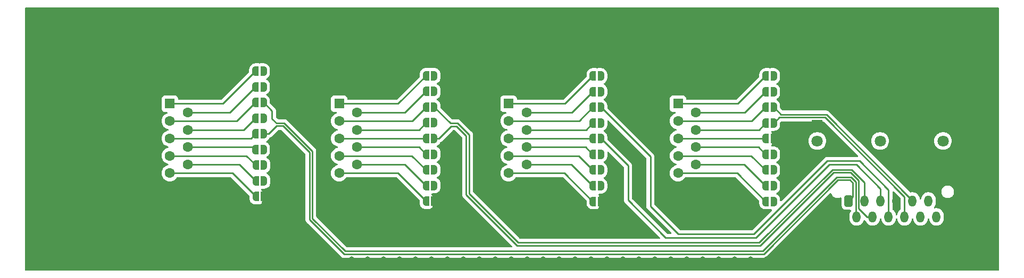
<source format=gtl>
G04 #@! TF.GenerationSoftware,KiCad,Pcbnew,8.0.8*
G04 #@! TF.CreationDate,2025-02-25T20:07:16+01:00*
G04 #@! TF.ProjectId,OverlordInterface,4f766572-6c6f-4726-9449-6e7465726661,rev?*
G04 #@! TF.SameCoordinates,Original*
G04 #@! TF.FileFunction,Copper,L1,Top*
G04 #@! TF.FilePolarity,Positive*
%FSLAX46Y46*%
G04 Gerber Fmt 4.6, Leading zero omitted, Abs format (unit mm)*
G04 Created by KiCad (PCBNEW 8.0.8) date 2025-02-25 20:07:16*
%MOMM*%
%LPD*%
G01*
G04 APERTURE LIST*
G04 Aperture macros list*
%AMRoundRect*
0 Rectangle with rounded corners*
0 $1 Rounding radius*
0 $2 $3 $4 $5 $6 $7 $8 $9 X,Y pos of 4 corners*
0 Add a 4 corners polygon primitive as box body*
4,1,4,$2,$3,$4,$5,$6,$7,$8,$9,$2,$3,0*
0 Add four circle primitives for the rounded corners*
1,1,$1+$1,$2,$3*
1,1,$1+$1,$4,$5*
1,1,$1+$1,$6,$7*
1,1,$1+$1,$8,$9*
0 Add four rect primitives between the rounded corners*
20,1,$1+$1,$2,$3,$4,$5,0*
20,1,$1+$1,$4,$5,$6,$7,0*
20,1,$1+$1,$6,$7,$8,$9,0*
20,1,$1+$1,$8,$9,$2,$3,0*%
%AMFreePoly0*
4,1,19,0.500000,-0.750000,0.000000,-0.750000,0.000000,-0.744911,-0.071157,-0.744911,-0.207708,-0.704816,-0.327430,-0.627875,-0.420627,-0.520320,-0.479746,-0.390866,-0.500000,-0.250000,-0.500000,0.250000,-0.479746,0.390866,-0.420627,0.520320,-0.327430,0.627875,-0.207708,0.704816,-0.071157,0.744911,0.000000,0.744911,0.000000,0.750000,0.500000,0.750000,0.500000,-0.750000,0.500000,-0.750000,
$1*%
%AMFreePoly1*
4,1,19,0.000000,0.744911,0.071157,0.744911,0.207708,0.704816,0.327430,0.627875,0.420627,0.520320,0.479746,0.390866,0.500000,0.250000,0.500000,-0.250000,0.479746,-0.390866,0.420627,-0.520320,0.327430,-0.627875,0.207708,-0.704816,0.071157,-0.744911,0.000000,-0.744911,0.000000,-0.750000,-0.500000,-0.750000,-0.500000,0.750000,0.000000,0.750000,0.000000,0.744911,0.000000,0.744911,
$1*%
G04 Aperture macros list end*
G04 #@! TA.AperFunction,SMDPad,CuDef*
%ADD10FreePoly0,180.000000*%
G04 #@! TD*
G04 #@! TA.AperFunction,SMDPad,CuDef*
%ADD11FreePoly1,180.000000*%
G04 #@! TD*
G04 #@! TA.AperFunction,ComponentPad*
%ADD12R,1.800000X1.800000*%
G04 #@! TD*
G04 #@! TA.AperFunction,ComponentPad*
%ADD13C,1.800000*%
G04 #@! TD*
G04 #@! TA.AperFunction,ComponentPad*
%ADD14C,4.000000*%
G04 #@! TD*
G04 #@! TA.AperFunction,ComponentPad*
%ADD15R,1.600000X1.600000*%
G04 #@! TD*
G04 #@! TA.AperFunction,ComponentPad*
%ADD16C,1.600000*%
G04 #@! TD*
G04 #@! TA.AperFunction,ComponentPad*
%ADD17RoundRect,0.250000X-0.400000X0.650000X-0.400000X-0.650000X0.400000X-0.650000X0.400000X0.650000X0*%
G04 #@! TD*
G04 #@! TA.AperFunction,ComponentPad*
%ADD18O,1.300000X1.800000*%
G04 #@! TD*
G04 #@! TA.AperFunction,ViaPad*
%ADD19C,0.800000*%
G04 #@! TD*
G04 #@! TA.AperFunction,Conductor*
%ADD20C,0.250000*%
G04 #@! TD*
G04 APERTURE END LIST*
D10*
X140849999Y-95705000D03*
D11*
X139550001Y-95705000D03*
D10*
X113699999Y-82468375D03*
D11*
X112400001Y-82468375D03*
D12*
X211830000Y-91055000D03*
D13*
X211830000Y-93595000D03*
D10*
X140849999Y-88205000D03*
D11*
X139550001Y-88205000D03*
D10*
X113699999Y-92468373D03*
D11*
X112400001Y-92468373D03*
D10*
X167399998Y-98240000D03*
D11*
X166100000Y-98240000D03*
D10*
X194899998Y-100740000D03*
D11*
X193600000Y-100740000D03*
D12*
X221830000Y-91055000D03*
D13*
X221830000Y-93595000D03*
D10*
X194899998Y-88240000D03*
D11*
X193600000Y-88240000D03*
D10*
X194899998Y-90740000D03*
D11*
X193600000Y-90740000D03*
D10*
X194899998Y-93240000D03*
D11*
X193600000Y-93240000D03*
D10*
X140849999Y-98205000D03*
D11*
X139550001Y-98205000D03*
D10*
X140849999Y-90705000D03*
D11*
X139550001Y-90705000D03*
D14*
X100190000Y-105695000D03*
X100190000Y-80695000D03*
D15*
X98770000Y-87655000D03*
D16*
X98770000Y-90425000D03*
X98770000Y-93195000D03*
X98770000Y-95965000D03*
X98770000Y-98735000D03*
X101610000Y-89040000D03*
X101610000Y-91810000D03*
X101610000Y-94580000D03*
X101610000Y-97350000D03*
D14*
X181080000Y-105695000D03*
X181080000Y-80695000D03*
D15*
X179660000Y-87655000D03*
D16*
X179660000Y-90425000D03*
X179660000Y-93195000D03*
X179660000Y-95965000D03*
X179660000Y-98735000D03*
X182500000Y-89040000D03*
X182500000Y-91810000D03*
X182500000Y-94580000D03*
X182500000Y-97350000D03*
D10*
X194899998Y-98240000D03*
D11*
X193600000Y-98240000D03*
D14*
X127153333Y-105695000D03*
X127153333Y-80695000D03*
D15*
X125733333Y-87655000D03*
D16*
X125733333Y-90425000D03*
X125733333Y-93195000D03*
X125733333Y-95965000D03*
X125733333Y-98735000D03*
X128573333Y-89040000D03*
X128573333Y-91810000D03*
X128573333Y-94580000D03*
X128573333Y-97350000D03*
D10*
X167399998Y-100740000D03*
D11*
X166100000Y-100740000D03*
D10*
X167399998Y-88240000D03*
D11*
X166100000Y-88240000D03*
D10*
X194899998Y-85740000D03*
D11*
X193600000Y-85740000D03*
D10*
X113699999Y-87468376D03*
D11*
X112400001Y-87468376D03*
D10*
X140849999Y-100705000D03*
D11*
X139550001Y-100705000D03*
D10*
X113699999Y-89968373D03*
D11*
X112400001Y-89968373D03*
D10*
X167399997Y-103240000D03*
D11*
X166099999Y-103240000D03*
D10*
X140849999Y-103205000D03*
D11*
X139550001Y-103205000D03*
D14*
X154116666Y-105695000D03*
X154116666Y-80695000D03*
D15*
X152696666Y-87655000D03*
D16*
X152696666Y-90425000D03*
X152696666Y-93195000D03*
X152696666Y-95965000D03*
X152696666Y-98735000D03*
X155536666Y-89040000D03*
X155536666Y-91810000D03*
X155536666Y-94580000D03*
X155536666Y-97350000D03*
D10*
X167399998Y-85740000D03*
D11*
X166100000Y-85740000D03*
D10*
X194899998Y-83240000D03*
D11*
X193600000Y-83240000D03*
D10*
X140849999Y-85705000D03*
D11*
X139550001Y-85705000D03*
D10*
X113750000Y-102468375D03*
D11*
X112450002Y-102468375D03*
D10*
X194899998Y-103240000D03*
D11*
X193600000Y-103240000D03*
D10*
X167399998Y-95740000D03*
D11*
X166100000Y-95740000D03*
D10*
X167399998Y-93240000D03*
D11*
X166100000Y-93240000D03*
D10*
X167399998Y-90740000D03*
D11*
X166100000Y-90740000D03*
D12*
X201830000Y-91055000D03*
D13*
X201830000Y-93595000D03*
D10*
X113750000Y-99968375D03*
D11*
X112450002Y-99968375D03*
D10*
X113749999Y-97468376D03*
D11*
X112450001Y-97468376D03*
D10*
X140849999Y-83205000D03*
D11*
X139550001Y-83205000D03*
D10*
X140849999Y-93205000D03*
D11*
X139550001Y-93205000D03*
D10*
X113699999Y-94968373D03*
D11*
X112400001Y-94968373D03*
D10*
X167399998Y-83240000D03*
D11*
X166100000Y-83240000D03*
D10*
X194899998Y-95740000D03*
D11*
X193600000Y-95740000D03*
D10*
X113699999Y-84968376D03*
D11*
X112400001Y-84968376D03*
D17*
X206820001Y-103190000D03*
D18*
X208090001Y-105730000D03*
X209360001Y-103190000D03*
X210630001Y-105730000D03*
X211900000Y-103190000D03*
X213170001Y-105730000D03*
X214440001Y-103190000D03*
X215710001Y-105730000D03*
X216980001Y-103190000D03*
X218250001Y-105730000D03*
X219520001Y-103190000D03*
X220790001Y-105730000D03*
D19*
X173350000Y-96690000D03*
X140430000Y-74310000D03*
X115030000Y-74310000D03*
X196310000Y-112410000D03*
X216630000Y-112410000D03*
X211550000Y-112410000D03*
X89630000Y-74310000D03*
X224250000Y-112410000D03*
X229330000Y-84470000D03*
X120110000Y-74310000D03*
X122650000Y-74310000D03*
X94710000Y-74310000D03*
X76930000Y-107330000D03*
X173450000Y-112410000D03*
X130270000Y-74310000D03*
X84550000Y-74310000D03*
X214090000Y-74310000D03*
X125190000Y-112410000D03*
X175990000Y-74310000D03*
X181070000Y-112410000D03*
X150590000Y-74310000D03*
X132810000Y-112410000D03*
X97250000Y-74310000D03*
X186150000Y-112410000D03*
X87090000Y-74310000D03*
X203930000Y-74310000D03*
X198850000Y-74310000D03*
X130270000Y-112410000D03*
X224250000Y-74310000D03*
X107410000Y-112410000D03*
X92170000Y-74310000D03*
X211550000Y-74310000D03*
X137890000Y-112410000D03*
X76930000Y-89550000D03*
X76930000Y-109870000D03*
X206470000Y-112410000D03*
X148050000Y-112410000D03*
X201390000Y-112410000D03*
X163290000Y-112410000D03*
X153130000Y-74310000D03*
X135350000Y-74310000D03*
X82010000Y-112410000D03*
X155670000Y-74310000D03*
X122650000Y-112410000D03*
X226790000Y-112410000D03*
X120110000Y-112410000D03*
X109950000Y-112410000D03*
X142970000Y-74310000D03*
X76930000Y-94630000D03*
X229330000Y-76850000D03*
X229330000Y-79390000D03*
X229330000Y-99710000D03*
X125190000Y-74310000D03*
X229330000Y-109870000D03*
X84550000Y-112410000D03*
X79470000Y-112410000D03*
X97250000Y-112410000D03*
X117570000Y-74310000D03*
X196310000Y-74310000D03*
X160750000Y-74310000D03*
X102330000Y-74310000D03*
X140430000Y-112410000D03*
X158210000Y-112410000D03*
X168370000Y-112410000D03*
X188690000Y-112410000D03*
X229330000Y-97170000D03*
X76930000Y-81930000D03*
X158210000Y-74310000D03*
X76930000Y-79390000D03*
X76930000Y-99710000D03*
X178530000Y-74310000D03*
X181070000Y-74310000D03*
X148050000Y-74310000D03*
X99790000Y-112410000D03*
X214090000Y-112410000D03*
X229330000Y-102250000D03*
X107410000Y-74310000D03*
X76930000Y-97170000D03*
X160750000Y-112410000D03*
X168370000Y-74310000D03*
X115030000Y-112410000D03*
X216630000Y-74310000D03*
X76930000Y-112410000D03*
X165830000Y-112410000D03*
X229330000Y-81930000D03*
X99790000Y-74310000D03*
X76930000Y-74310000D03*
X127730000Y-74310000D03*
X76930000Y-87010000D03*
X186150000Y-74310000D03*
X89630000Y-112410000D03*
X137890000Y-74310000D03*
X117570000Y-112410000D03*
X193770000Y-74310000D03*
X94710000Y-112410000D03*
X229330000Y-104790000D03*
X109950000Y-74310000D03*
X193770000Y-112410000D03*
X76930000Y-84470000D03*
X82010000Y-74310000D03*
X229330000Y-89550000D03*
X229330000Y-94630000D03*
X191230000Y-74310000D03*
X229330000Y-92090000D03*
X76930000Y-104790000D03*
X201390000Y-74310000D03*
X155670000Y-112410000D03*
X209010000Y-112410000D03*
X203930000Y-112410000D03*
X76930000Y-92090000D03*
X127730000Y-112410000D03*
X209010000Y-74310000D03*
X191230000Y-112410000D03*
X229330000Y-112410000D03*
X170910000Y-74310000D03*
X170910000Y-112410000D03*
X198850000Y-112410000D03*
X178530000Y-112410000D03*
X76930000Y-76850000D03*
X79470000Y-74310000D03*
X163290000Y-74310000D03*
X226790000Y-74310000D03*
X112490000Y-112410000D03*
X229330000Y-74310000D03*
X188690000Y-74310000D03*
X173450000Y-74310000D03*
X87090000Y-112410000D03*
X112490000Y-74310000D03*
X145510000Y-74310000D03*
X145510000Y-112410000D03*
X92170000Y-112410000D03*
X165830000Y-74310000D03*
X183610000Y-112410000D03*
X229330000Y-107330000D03*
X150590000Y-112410000D03*
X221710000Y-74310000D03*
X153130000Y-112410000D03*
X175990000Y-112410000D03*
X219170000Y-112410000D03*
X183610000Y-74310000D03*
X76930000Y-102250000D03*
X104870000Y-112410000D03*
X221710000Y-112410000D03*
X104870000Y-74310000D03*
X206470000Y-74310000D03*
X135350000Y-112410000D03*
X229330000Y-87010000D03*
X102330000Y-112410000D03*
X132810000Y-74310000D03*
X219170000Y-74310000D03*
X142970000Y-112410000D03*
D20*
X144400699Y-91240699D02*
X143549301Y-91240699D01*
X141585000Y-93205000D02*
X140849999Y-93205000D01*
X145950000Y-92790000D02*
X144400699Y-91240699D01*
X145950000Y-102176396D02*
X145950000Y-92790000D01*
X204400000Y-98640000D02*
X192750000Y-110290000D01*
X207090812Y-98640000D02*
X204400000Y-98640000D01*
X208385001Y-99934189D02*
X207090812Y-98640000D01*
X143549301Y-91240699D02*
X141585000Y-93205000D01*
X154063604Y-110290000D02*
X145950000Y-102176396D01*
X208385001Y-104396142D02*
X208385001Y-99934189D01*
X209718859Y-105730000D02*
X208385001Y-104396142D01*
X192750000Y-110290000D02*
X154063604Y-110290000D01*
X210630001Y-105730000D02*
X209718859Y-105730000D01*
X143435698Y-90790699D02*
X140849999Y-88205000D01*
X144587095Y-90790699D02*
X143435698Y-90790699D01*
X146400000Y-92603604D02*
X144587095Y-90790699D01*
X146400000Y-101990000D02*
X146400000Y-92603604D01*
X154250000Y-109840000D02*
X146400000Y-101990000D01*
X204213604Y-98190000D02*
X192563604Y-109840000D01*
X192563604Y-109840000D02*
X154250000Y-109840000D01*
X209360001Y-100272793D02*
X207277208Y-98190000D01*
X209360001Y-103190000D02*
X209360001Y-100272793D01*
X207277208Y-98190000D02*
X204213604Y-98190000D01*
X115750000Y-90740000D02*
X115050000Y-90040000D01*
X116971623Y-90740000D02*
X115750000Y-90740000D01*
X121450000Y-95218377D02*
X116971623Y-90740000D01*
X115050000Y-90040000D02*
X115050000Y-88818377D01*
X121450000Y-105953604D02*
X121450000Y-95218377D01*
X193113604Y-111190000D02*
X126686396Y-111190000D01*
X207186396Y-99390000D02*
X204913604Y-99390000D01*
X207935001Y-100138605D02*
X207186396Y-99390000D01*
X204913604Y-99390000D02*
X193113604Y-111190000D01*
X115050000Y-88818377D02*
X113699999Y-87468376D01*
X126686396Y-111190000D02*
X121450000Y-105953604D01*
X207935001Y-105575000D02*
X207935001Y-100138605D01*
X208090001Y-105730000D02*
X207935001Y-105575000D01*
X207485001Y-102525000D02*
X206820001Y-103190000D01*
X207485001Y-100325001D02*
X207485001Y-102525000D01*
X207000000Y-99840000D02*
X207485001Y-100325001D01*
X193300000Y-111640000D02*
X205100000Y-99840000D01*
X116785227Y-91190000D02*
X121000000Y-95404773D01*
X205100000Y-99840000D02*
X207000000Y-99840000D01*
X121000000Y-95404773D02*
X121000000Y-106140000D01*
X115800000Y-91190000D02*
X116785227Y-91190000D01*
X121000000Y-106140000D02*
X126500000Y-111640000D01*
X114521627Y-92468373D02*
X115800000Y-91190000D01*
X113699999Y-92468373D02*
X114521627Y-92468373D01*
X126500000Y-111640000D02*
X193300000Y-111640000D01*
X171700000Y-97540002D02*
X167399998Y-93240000D01*
X171700000Y-103040000D02*
X171700000Y-97540002D01*
X192050000Y-109040000D02*
X177700000Y-109040000D01*
X177700000Y-109040000D02*
X171700000Y-103040000D01*
X203700000Y-97390000D02*
X192050000Y-109040000D01*
X211900000Y-101240000D02*
X208050000Y-97390000D01*
X208050000Y-97390000D02*
X203700000Y-97390000D01*
X211900000Y-103190000D02*
X211900000Y-101240000D01*
X208550000Y-96790000D02*
X213170001Y-101410001D01*
X213170001Y-101410001D02*
X213170001Y-105730000D01*
X203400000Y-96790000D02*
X208550000Y-96790000D01*
X175250000Y-104003604D02*
X179686396Y-108440000D01*
X191750000Y-108440000D02*
X203400000Y-96790000D01*
X175250000Y-96090002D02*
X175250000Y-104003604D01*
X167399998Y-88240000D02*
X175250000Y-96090002D01*
X179686396Y-108440000D02*
X191750000Y-108440000D01*
X203290000Y-89380000D02*
X216980001Y-103070001D01*
X216980001Y-103070001D02*
X216980001Y-103190000D01*
X194899998Y-88240000D02*
X196039998Y-89380000D01*
X196039998Y-89380000D02*
X203290000Y-89380000D01*
X195809998Y-89830000D02*
X194899998Y-90740000D01*
X203055000Y-89830000D02*
X195809998Y-89830000D01*
X215710001Y-105730000D02*
X215710001Y-102485001D01*
X215710001Y-102485001D02*
X203055000Y-89830000D01*
X192530000Y-91810000D02*
X193600000Y-90740000D01*
X182500000Y-91810000D02*
X192530000Y-91810000D01*
X191415000Y-90425000D02*
X193600000Y-88240000D01*
X179660000Y-90425000D02*
X191415000Y-90425000D01*
X179705000Y-93240000D02*
X179660000Y-93195000D01*
X193600000Y-93240000D02*
X179705000Y-93240000D01*
X182500000Y-89040000D02*
X190300000Y-89040000D01*
X190300000Y-89040000D02*
X193600000Y-85740000D01*
X191325000Y-95965000D02*
X193600000Y-98240000D01*
X179660000Y-95965000D02*
X191325000Y-95965000D01*
X192440000Y-94580000D02*
X182500000Y-94580000D01*
X193600000Y-95740000D02*
X192440000Y-94580000D01*
X179660000Y-98735000D02*
X189095000Y-98735000D01*
X189095000Y-98735000D02*
X193600000Y-103240000D01*
X182500000Y-97350000D02*
X190210000Y-97350000D01*
X190210000Y-97350000D02*
X193600000Y-100740000D01*
X189185000Y-87655000D02*
X193600000Y-83240000D01*
X179660000Y-87655000D02*
X189185000Y-87655000D01*
X165030000Y-91810000D02*
X166100000Y-90740000D01*
X155536666Y-91810000D02*
X165030000Y-91810000D01*
X152696666Y-87655000D02*
X161685000Y-87655000D01*
X161685000Y-87655000D02*
X166100000Y-83240000D01*
X155536666Y-94580000D02*
X164940000Y-94580000D01*
X164940000Y-94580000D02*
X166100000Y-95740000D01*
X163825000Y-95965000D02*
X166100000Y-98240000D01*
X152696666Y-95965000D02*
X163825000Y-95965000D01*
X162710000Y-97350000D02*
X166100000Y-100740000D01*
X155536666Y-97350000D02*
X162710000Y-97350000D01*
X155536666Y-89040000D02*
X162800000Y-89040000D01*
X162800000Y-89040000D02*
X166100000Y-85740000D01*
X163915000Y-90425000D02*
X166100000Y-88240000D01*
X152696666Y-90425000D02*
X163915000Y-90425000D01*
X152741666Y-93240000D02*
X152696666Y-93195000D01*
X166100000Y-93240000D02*
X152741666Y-93240000D01*
X125743333Y-93205000D02*
X125733333Y-93195000D01*
X139550001Y-93205000D02*
X125743333Y-93205000D01*
X138425001Y-94580000D02*
X139550001Y-95705000D01*
X128573333Y-94580000D02*
X138425001Y-94580000D01*
X138445001Y-91810000D02*
X139550001Y-90705000D01*
X128573333Y-91810000D02*
X138445001Y-91810000D01*
X136195001Y-97350000D02*
X139550001Y-100705000D01*
X128573333Y-97350000D02*
X136195001Y-97350000D01*
X125733333Y-95965000D02*
X137310001Y-95965000D01*
X137310001Y-95965000D02*
X139550001Y-98205000D01*
X136215001Y-89040000D02*
X139550001Y-85705000D01*
X128573333Y-89040000D02*
X136215001Y-89040000D01*
X135100001Y-87655000D02*
X139550001Y-83205000D01*
X125733333Y-87655000D02*
X135100001Y-87655000D01*
X125733333Y-98735000D02*
X135080001Y-98735000D01*
X135080001Y-98735000D02*
X139550001Y-103205000D01*
X137330001Y-90425000D02*
X139550001Y-88205000D01*
X125733333Y-90425000D02*
X137330001Y-90425000D01*
X109443377Y-90425000D02*
X112400001Y-87468376D01*
X98770000Y-90425000D02*
X109443377Y-90425000D01*
X101610000Y-97350000D02*
X109831627Y-97350000D01*
X109831627Y-97350000D02*
X112450002Y-99968375D01*
X101610000Y-89040000D02*
X108328377Y-89040000D01*
X108328377Y-89040000D02*
X112400001Y-84968376D01*
X110558374Y-91810000D02*
X112400001Y-89968373D01*
X101610000Y-91810000D02*
X110558374Y-91810000D01*
X98770000Y-98735000D02*
X108716627Y-98735000D01*
X108716627Y-98735000D02*
X112450002Y-102468375D01*
X98770000Y-87655000D02*
X107213376Y-87655000D01*
X107213376Y-87655000D02*
X112400001Y-82468375D01*
X111673374Y-93195000D02*
X98770000Y-93195000D01*
X112400001Y-92468373D02*
X111673374Y-93195000D01*
X112011628Y-94580000D02*
X112400001Y-94968373D01*
X101610000Y-94580000D02*
X112011628Y-94580000D01*
X98770000Y-95965000D02*
X110946625Y-95965000D01*
X110946625Y-95965000D02*
X112450001Y-97468376D01*
X152696666Y-98735000D02*
X161594999Y-98735000D01*
X161594999Y-98735000D02*
X166099999Y-103240000D01*
G04 #@! TA.AperFunction,Conductor*
G36*
X168610698Y-90335736D02*
G01*
X168617176Y-90341768D01*
X174588181Y-96312773D01*
X174621666Y-96374096D01*
X174624500Y-96400454D01*
X174624500Y-104065215D01*
X174648535Y-104186048D01*
X174648540Y-104186065D01*
X174695685Y-104299884D01*
X174695687Y-104299887D01*
X174695688Y-104299890D01*
X174722320Y-104339747D01*
X174729914Y-104351111D01*
X174729915Y-104351113D01*
X174764140Y-104402335D01*
X174764141Y-104402336D01*
X174764142Y-104402337D01*
X174851267Y-104489462D01*
X174851268Y-104489462D01*
X174858335Y-104496529D01*
X174858334Y-104496529D01*
X174858338Y-104496532D01*
X178564624Y-108202819D01*
X178598109Y-108264142D01*
X178593125Y-108333834D01*
X178551253Y-108389767D01*
X178485789Y-108414184D01*
X178476943Y-108414500D01*
X178010453Y-108414500D01*
X177943414Y-108394815D01*
X177922772Y-108378181D01*
X172361819Y-102817228D01*
X172328334Y-102755905D01*
X172325500Y-102729547D01*
X172325500Y-97478393D01*
X172320847Y-97455006D01*
X172320847Y-97454999D01*
X172320846Y-97455000D01*
X172311253Y-97406770D01*
X172311253Y-97406769D01*
X172307095Y-97385867D01*
X172301463Y-97357550D01*
X172289818Y-97329437D01*
X172282837Y-97312582D01*
X172254314Y-97243721D01*
X172254312Y-97243716D01*
X172212877Y-97181706D01*
X172212875Y-97181703D01*
X172185859Y-97141270D01*
X172185855Y-97141265D01*
X172095637Y-97051047D01*
X172095606Y-97051018D01*
X168441817Y-93397229D01*
X168408332Y-93335906D01*
X168405498Y-93309548D01*
X168405498Y-92974426D01*
X168405495Y-92974399D01*
X168405495Y-92918060D01*
X168398168Y-92867103D01*
X168385033Y-92775744D01*
X168385033Y-92775743D01*
X168344496Y-92637691D01*
X168309512Y-92561087D01*
X168284774Y-92506918D01*
X168284771Y-92506914D01*
X168284768Y-92506906D01*
X168206984Y-92385870D01*
X168206983Y-92385869D01*
X168206982Y-92385867D01*
X168206979Y-92385863D01*
X168112845Y-92277226D01*
X168112827Y-92277206D01*
X168004089Y-92182985D01*
X167964933Y-92157821D01*
X167883140Y-92105255D01*
X167883132Y-92105251D01*
X167877755Y-92102796D01*
X167824949Y-92057042D01*
X167805263Y-91990003D01*
X167824946Y-91922963D01*
X167877748Y-91877207D01*
X167877755Y-91877204D01*
X167878225Y-91876989D01*
X167883135Y-91874747D01*
X167907931Y-91858812D01*
X167970916Y-91818334D01*
X167998475Y-91800622D01*
X167999913Y-91799804D01*
X168004096Y-91797011D01*
X168080889Y-91730468D01*
X168112830Y-91702791D01*
X168206984Y-91594130D01*
X168284768Y-91473094D01*
X168341740Y-91348342D01*
X168343984Y-91344053D01*
X168344496Y-91342308D01*
X168344497Y-91342308D01*
X168385033Y-91204256D01*
X168405495Y-91061941D01*
X168405495Y-91005601D01*
X168405498Y-91005590D01*
X168405498Y-90474426D01*
X168405495Y-90474399D01*
X168405495Y-90429449D01*
X168425180Y-90362410D01*
X168477984Y-90316655D01*
X168547142Y-90306711D01*
X168610698Y-90335736D01*
G37*
G04 #@! TD.AperFunction*
G04 #@! TA.AperFunction,Conductor*
G36*
X214000704Y-101660740D02*
G01*
X214007182Y-101666772D01*
X215048182Y-102707772D01*
X215081667Y-102769095D01*
X215084501Y-102795453D01*
X215084501Y-104449174D01*
X215064816Y-104516213D01*
X215033388Y-104549490D01*
X214991397Y-104579999D01*
X214960497Y-104602449D01*
X214832446Y-104730500D01*
X214832442Y-104730505D01*
X214726007Y-104877002D01*
X214643789Y-105038360D01*
X214643788Y-105038363D01*
X214587830Y-105210589D01*
X214562474Y-105370678D01*
X214532545Y-105433813D01*
X214473233Y-105470744D01*
X214403370Y-105469746D01*
X214345138Y-105431136D01*
X214317528Y-105370678D01*
X214303741Y-105283639D01*
X214292172Y-105210591D01*
X214236212Y-105038361D01*
X214236212Y-105038360D01*
X214207741Y-104982484D01*
X214153997Y-104877006D01*
X214110044Y-104816509D01*
X214047559Y-104730505D01*
X214047555Y-104730500D01*
X213919504Y-104602449D01*
X213919502Y-104602447D01*
X213846614Y-104549490D01*
X213803950Y-104494162D01*
X213795501Y-104449174D01*
X213795501Y-101754453D01*
X213815186Y-101687414D01*
X213867990Y-101641659D01*
X213937148Y-101631715D01*
X214000704Y-101660740D01*
G37*
G04 #@! TD.AperFunction*
G04 #@! TA.AperFunction,Conductor*
G36*
X202811587Y-90475185D02*
G01*
X202832229Y-90491819D01*
X208293229Y-95952819D01*
X208326714Y-96014142D01*
X208321730Y-96083834D01*
X208279858Y-96139767D01*
X208214394Y-96164184D01*
X208205548Y-96164500D01*
X203338393Y-96164500D01*
X203314482Y-96169256D01*
X203314481Y-96169255D01*
X203217554Y-96188535D01*
X203217545Y-96188537D01*
X203197543Y-96196823D01*
X203184207Y-96202347D01*
X203103718Y-96235685D01*
X203103715Y-96235687D01*
X203086160Y-96247417D01*
X203068361Y-96259311D01*
X203001268Y-96304140D01*
X202971781Y-96333628D01*
X202914142Y-96391267D01*
X196117179Y-103188230D01*
X196055856Y-103221715D01*
X195986164Y-103216731D01*
X195930231Y-103174859D01*
X195905814Y-103109395D01*
X195905498Y-103100549D01*
X195905498Y-102974426D01*
X195905495Y-102974399D01*
X195905495Y-102918060D01*
X195901623Y-102891133D01*
X195885033Y-102775744D01*
X195885033Y-102775743D01*
X195844496Y-102637691D01*
X195835835Y-102618726D01*
X195784774Y-102506918D01*
X195784771Y-102506914D01*
X195784768Y-102506906D01*
X195706984Y-102385870D01*
X195706983Y-102385869D01*
X195706982Y-102385867D01*
X195706979Y-102385863D01*
X195612845Y-102277226D01*
X195612828Y-102277207D01*
X195612827Y-102277206D01*
X195504089Y-102182985D01*
X195455158Y-102151539D01*
X195383140Y-102105255D01*
X195383132Y-102105251D01*
X195377755Y-102102796D01*
X195324949Y-102057042D01*
X195305263Y-101990003D01*
X195324946Y-101922963D01*
X195377748Y-101877207D01*
X195377755Y-101877204D01*
X195378585Y-101876825D01*
X195383135Y-101874747D01*
X195384628Y-101873788D01*
X195456286Y-101827736D01*
X195498475Y-101800622D01*
X195499913Y-101799804D01*
X195504096Y-101797011D01*
X195594845Y-101718375D01*
X195612830Y-101702791D01*
X195706984Y-101594130D01*
X195784768Y-101473094D01*
X195841740Y-101348342D01*
X195843984Y-101344053D01*
X195844496Y-101342308D01*
X195844497Y-101342308D01*
X195885033Y-101204256D01*
X195886016Y-101197424D01*
X195889485Y-101173289D01*
X195905495Y-101061941D01*
X195905495Y-101005601D01*
X195905498Y-101005590D01*
X195905498Y-100474426D01*
X195905495Y-100474399D01*
X195905495Y-100418060D01*
X195905161Y-100415740D01*
X195885033Y-100275744D01*
X195885033Y-100275743D01*
X195844496Y-100137691D01*
X195828510Y-100102686D01*
X195784774Y-100006918D01*
X195784771Y-100006914D01*
X195784768Y-100006906D01*
X195706984Y-99885870D01*
X195706983Y-99885869D01*
X195706982Y-99885867D01*
X195706979Y-99885863D01*
X195612845Y-99777226D01*
X195612828Y-99777207D01*
X195612827Y-99777206D01*
X195504089Y-99682985D01*
X195449625Y-99647983D01*
X195383140Y-99605255D01*
X195383132Y-99605251D01*
X195377755Y-99602796D01*
X195324949Y-99557042D01*
X195305263Y-99490003D01*
X195324946Y-99422963D01*
X195377748Y-99377207D01*
X195377755Y-99377204D01*
X195378583Y-99376826D01*
X195383135Y-99374747D01*
X195390908Y-99369752D01*
X195498473Y-99300624D01*
X195499913Y-99299804D01*
X195504096Y-99297011D01*
X195575336Y-99235280D01*
X195612830Y-99202791D01*
X195706984Y-99094130D01*
X195784768Y-98973094D01*
X195841740Y-98848342D01*
X195843984Y-98844053D01*
X195844496Y-98842308D01*
X195844497Y-98842308D01*
X195885033Y-98704256D01*
X195905495Y-98561941D01*
X195905495Y-98505601D01*
X195905498Y-98505590D01*
X195905498Y-97974426D01*
X195905495Y-97974399D01*
X195905495Y-97918060D01*
X195885033Y-97775744D01*
X195885032Y-97775739D01*
X195857686Y-97682612D01*
X195844496Y-97637691D01*
X195816641Y-97576697D01*
X195784774Y-97506918D01*
X195784771Y-97506914D01*
X195784768Y-97506906D01*
X195706984Y-97385870D01*
X195706983Y-97385869D01*
X195706982Y-97385867D01*
X195706979Y-97385863D01*
X195612845Y-97277226D01*
X195612828Y-97277207D01*
X195612827Y-97277206D01*
X195504089Y-97182985D01*
X195449625Y-97147983D01*
X195383140Y-97105255D01*
X195383132Y-97105251D01*
X195377755Y-97102796D01*
X195324949Y-97057042D01*
X195305263Y-96990003D01*
X195324946Y-96922963D01*
X195377748Y-96877207D01*
X195377755Y-96877204D01*
X195378583Y-96876826D01*
X195383135Y-96874747D01*
X195396642Y-96866067D01*
X195472053Y-96817603D01*
X195498475Y-96800622D01*
X195499913Y-96799804D01*
X195504096Y-96797011D01*
X195575320Y-96735294D01*
X195612830Y-96702791D01*
X195706984Y-96594130D01*
X195784768Y-96473094D01*
X195841740Y-96348342D01*
X195843984Y-96344053D01*
X195844496Y-96342308D01*
X195844497Y-96342308D01*
X195885033Y-96204256D01*
X195885308Y-96202347D01*
X195890749Y-96164500D01*
X195905495Y-96061941D01*
X195905495Y-96005601D01*
X195905498Y-96005590D01*
X195905498Y-95474426D01*
X195905495Y-95474399D01*
X195905495Y-95418060D01*
X195891369Y-95319815D01*
X195885033Y-95275744D01*
X195885033Y-95275743D01*
X195844496Y-95137691D01*
X195844494Y-95137686D01*
X195784774Y-95006918D01*
X195784771Y-95006914D01*
X195784768Y-95006906D01*
X195706984Y-94885870D01*
X195706983Y-94885869D01*
X195706982Y-94885867D01*
X195706979Y-94885863D01*
X195612845Y-94777226D01*
X195612828Y-94777207D01*
X195612827Y-94777206D01*
X195504089Y-94682985D01*
X195449625Y-94647983D01*
X195383140Y-94605255D01*
X195383134Y-94605252D01*
X195306491Y-94570251D01*
X195252257Y-94545483D01*
X195165728Y-94520076D01*
X195114306Y-94504977D01*
X195114294Y-94504974D01*
X194971887Y-94484500D01*
X194605100Y-94484500D01*
X194538061Y-94464815D01*
X194492306Y-94412011D01*
X194482362Y-94342853D01*
X194511387Y-94279297D01*
X194525254Y-94263294D01*
X194584528Y-94133502D01*
X194585023Y-94132419D01*
X194585024Y-94132414D01*
X194605500Y-93990000D01*
X194605500Y-93594993D01*
X200424700Y-93594993D01*
X200424700Y-93595006D01*
X200443864Y-93826297D01*
X200443866Y-93826308D01*
X200500842Y-94051300D01*
X200594075Y-94263848D01*
X200721016Y-94458147D01*
X200721019Y-94458151D01*
X200721021Y-94458153D01*
X200878216Y-94628913D01*
X200878219Y-94628915D01*
X200878222Y-94628918D01*
X201061365Y-94771464D01*
X201061371Y-94771468D01*
X201061374Y-94771470D01*
X201265497Y-94881936D01*
X201379487Y-94921068D01*
X201485015Y-94957297D01*
X201485017Y-94957297D01*
X201485019Y-94957298D01*
X201713951Y-94995500D01*
X201713952Y-94995500D01*
X201946048Y-94995500D01*
X201946049Y-94995500D01*
X202174981Y-94957298D01*
X202394503Y-94881936D01*
X202598626Y-94771470D01*
X202648671Y-94732519D01*
X202686855Y-94702799D01*
X202781784Y-94628913D01*
X202938979Y-94458153D01*
X203065924Y-94263849D01*
X203159157Y-94051300D01*
X203216134Y-93826305D01*
X203218845Y-93793591D01*
X203235300Y-93595006D01*
X203235300Y-93594993D01*
X203216135Y-93363702D01*
X203216133Y-93363691D01*
X203159157Y-93138699D01*
X203065924Y-92926151D01*
X202938983Y-92731852D01*
X202938980Y-92731849D01*
X202938979Y-92731847D01*
X202781784Y-92561087D01*
X202781779Y-92561083D01*
X202781777Y-92561081D01*
X202598634Y-92418535D01*
X202598628Y-92418531D01*
X202394504Y-92308064D01*
X202394495Y-92308061D01*
X202174984Y-92232702D01*
X201989016Y-92201670D01*
X201946049Y-92194500D01*
X201713951Y-92194500D01*
X201670984Y-92201670D01*
X201485015Y-92232702D01*
X201265504Y-92308061D01*
X201265495Y-92308064D01*
X201061371Y-92418531D01*
X201061365Y-92418535D01*
X200878222Y-92561081D01*
X200878219Y-92561084D01*
X200878216Y-92561086D01*
X200878216Y-92561087D01*
X200861266Y-92579500D01*
X200721016Y-92731852D01*
X200594075Y-92926151D01*
X200500842Y-93138699D01*
X200443866Y-93363691D01*
X200443864Y-93363702D01*
X200424700Y-93594993D01*
X194605500Y-93594993D01*
X194605500Y-93525763D01*
X194605500Y-92490000D01*
X194600743Y-92423481D01*
X194600355Y-92418059D01*
X194584573Y-92364311D01*
X194559819Y-92280008D01*
X194559815Y-92280001D01*
X194499751Y-92186539D01*
X194480066Y-92119500D01*
X194499751Y-92052460D01*
X194552555Y-92006706D01*
X194604066Y-91995500D01*
X194971884Y-91995500D01*
X194971887Y-91995500D01*
X195114302Y-91975024D01*
X195252257Y-91934517D01*
X195383135Y-91874747D01*
X195407931Y-91858812D01*
X195470916Y-91818334D01*
X195498475Y-91800622D01*
X195499913Y-91799804D01*
X195504096Y-91797011D01*
X195580889Y-91730468D01*
X195612830Y-91702791D01*
X195706984Y-91594130D01*
X195784768Y-91473094D01*
X195841740Y-91348342D01*
X195843984Y-91344053D01*
X195844496Y-91342308D01*
X195844497Y-91342308D01*
X195885033Y-91204256D01*
X195905495Y-91061941D01*
X195905495Y-91005601D01*
X195905498Y-91005590D01*
X195905498Y-90670453D01*
X195925183Y-90603414D01*
X195941817Y-90582771D01*
X196032771Y-90491818D01*
X196094095Y-90458334D01*
X196120452Y-90455500D01*
X202744548Y-90455500D01*
X202811587Y-90475185D01*
G37*
G04 #@! TD.AperFunction*
G04 #@! TA.AperFunction,Conductor*
G36*
X230673098Y-72309685D02*
G01*
X230718853Y-72362489D01*
X230730059Y-72413941D01*
X230749940Y-114165932D01*
X230730287Y-114232981D01*
X230677505Y-114278761D01*
X230625932Y-114289991D01*
X75873992Y-114280007D01*
X75806954Y-114260318D01*
X75761202Y-114207511D01*
X75750000Y-114156007D01*
X75750000Y-90424998D01*
X97464532Y-90424998D01*
X97464532Y-90425001D01*
X97484364Y-90651686D01*
X97484366Y-90651697D01*
X97543258Y-90871488D01*
X97543261Y-90871497D01*
X97639431Y-91077732D01*
X97639432Y-91077734D01*
X97769954Y-91264141D01*
X97930858Y-91425045D01*
X97930861Y-91425047D01*
X98117266Y-91555568D01*
X98323504Y-91651739D01*
X98323509Y-91651740D01*
X98323511Y-91651741D01*
X98467136Y-91690225D01*
X98526797Y-91726590D01*
X98557326Y-91789437D01*
X98549031Y-91858812D01*
X98504546Y-91912690D01*
X98467136Y-91929775D01*
X98323511Y-91968258D01*
X98323502Y-91968261D01*
X98117267Y-92064431D01*
X98117265Y-92064432D01*
X97930858Y-92194954D01*
X97769954Y-92355858D01*
X97639432Y-92542265D01*
X97639431Y-92542267D01*
X97543261Y-92748502D01*
X97543258Y-92748511D01*
X97484366Y-92968302D01*
X97484364Y-92968313D01*
X97464532Y-93194998D01*
X97464532Y-93195001D01*
X97484364Y-93421686D01*
X97484366Y-93421697D01*
X97543258Y-93641488D01*
X97543261Y-93641497D01*
X97639431Y-93847732D01*
X97639432Y-93847734D01*
X97769954Y-94034141D01*
X97930858Y-94195045D01*
X97930861Y-94195047D01*
X98117266Y-94325568D01*
X98323504Y-94421739D01*
X98323509Y-94421740D01*
X98323511Y-94421741D01*
X98467136Y-94460225D01*
X98526797Y-94496590D01*
X98557326Y-94559437D01*
X98549031Y-94628812D01*
X98504546Y-94682690D01*
X98467136Y-94699775D01*
X98323511Y-94738258D01*
X98323502Y-94738261D01*
X98117267Y-94834431D01*
X98117265Y-94834432D01*
X97930858Y-94964954D01*
X97769954Y-95125858D01*
X97639432Y-95312265D01*
X97639431Y-95312267D01*
X97543261Y-95518502D01*
X97543258Y-95518511D01*
X97484366Y-95738302D01*
X97484364Y-95738313D01*
X97464532Y-95964998D01*
X97464532Y-95965001D01*
X97484364Y-96191686D01*
X97484366Y-96191697D01*
X97543258Y-96411488D01*
X97543261Y-96411497D01*
X97639431Y-96617732D01*
X97639432Y-96617734D01*
X97769954Y-96804141D01*
X97930858Y-96965045D01*
X97965991Y-96989645D01*
X98117266Y-97095568D01*
X98323504Y-97191739D01*
X98323509Y-97191740D01*
X98323511Y-97191741D01*
X98467136Y-97230225D01*
X98526797Y-97266590D01*
X98557326Y-97329437D01*
X98549031Y-97398812D01*
X98504546Y-97452690D01*
X98467136Y-97469775D01*
X98323511Y-97508258D01*
X98323502Y-97508261D01*
X98117267Y-97604431D01*
X98117265Y-97604432D01*
X97930858Y-97734954D01*
X97769954Y-97895858D01*
X97639432Y-98082265D01*
X97639431Y-98082267D01*
X97543261Y-98288502D01*
X97543258Y-98288511D01*
X97484366Y-98508302D01*
X97484364Y-98508313D01*
X97464532Y-98734998D01*
X97464532Y-98735001D01*
X97484364Y-98961686D01*
X97484366Y-98961697D01*
X97543258Y-99181488D01*
X97543261Y-99181497D01*
X97639431Y-99387732D01*
X97639432Y-99387734D01*
X97769954Y-99574141D01*
X97930858Y-99735045D01*
X97930861Y-99735047D01*
X98117266Y-99865568D01*
X98323504Y-99961739D01*
X98543308Y-100020635D01*
X98705230Y-100034801D01*
X98769998Y-100040468D01*
X98770000Y-100040468D01*
X98770002Y-100040468D01*
X98826673Y-100035509D01*
X98996692Y-100020635D01*
X99216496Y-99961739D01*
X99422734Y-99865568D01*
X99609139Y-99735047D01*
X99770047Y-99574139D01*
X99854761Y-99453154D01*
X99882613Y-99413377D01*
X99937189Y-99369752D01*
X99984188Y-99360500D01*
X108406175Y-99360500D01*
X108473214Y-99380185D01*
X108493856Y-99396819D01*
X111408183Y-102311146D01*
X111441668Y-102372469D01*
X111444502Y-102398827D01*
X111444502Y-102733948D01*
X111444505Y-102733976D01*
X111444505Y-102790316D01*
X111459001Y-102891136D01*
X111463705Y-102923853D01*
X111463705Y-102923856D01*
X111464966Y-102932630D01*
X111505505Y-103070688D01*
X111565225Y-103201456D01*
X111565229Y-103201462D01*
X111565232Y-103201469D01*
X111578723Y-103222461D01*
X111643017Y-103322507D01*
X111643020Y-103322511D01*
X111737154Y-103431148D01*
X111737170Y-103431166D01*
X111737173Y-103431169D01*
X111845911Y-103525390D01*
X111902783Y-103561939D01*
X111966859Y-103603119D01*
X111966865Y-103603122D01*
X112097743Y-103662892D01*
X112235698Y-103703399D01*
X112378113Y-103723875D01*
X112378116Y-103723875D01*
X112950002Y-103723875D01*
X113021942Y-103718730D01*
X113159994Y-103678194D01*
X113281034Y-103600406D01*
X113375256Y-103491669D01*
X113435026Y-103360791D01*
X113455502Y-103218375D01*
X113455502Y-102754138D01*
X113455502Y-101718375D01*
X113450357Y-101646435D01*
X113409821Y-101508383D01*
X113403849Y-101499090D01*
X113349753Y-101414914D01*
X113330068Y-101347875D01*
X113349753Y-101280835D01*
X113402557Y-101235081D01*
X113454068Y-101223875D01*
X113821886Y-101223875D01*
X113821889Y-101223875D01*
X113964304Y-101203399D01*
X114102259Y-101162892D01*
X114233137Y-101103122D01*
X114348477Y-101028997D01*
X114349915Y-101028179D01*
X114354098Y-101025386D01*
X114417322Y-100970601D01*
X114462832Y-100931166D01*
X114556986Y-100822505D01*
X114634770Y-100701469D01*
X114691742Y-100576717D01*
X114693986Y-100572428D01*
X114694498Y-100570683D01*
X114694499Y-100570683D01*
X114735035Y-100432631D01*
X114755497Y-100290316D01*
X114755497Y-100233976D01*
X114755500Y-100233965D01*
X114755500Y-99702801D01*
X114755497Y-99702774D01*
X114755497Y-99646435D01*
X114735035Y-99504119D01*
X114735034Y-99504114D01*
X114716215Y-99440024D01*
X114694498Y-99366066D01*
X114683601Y-99342204D01*
X114634776Y-99235293D01*
X114634773Y-99235289D01*
X114634770Y-99235281D01*
X114556986Y-99114245D01*
X114556985Y-99114244D01*
X114556984Y-99114242D01*
X114556981Y-99114238D01*
X114462847Y-99005601D01*
X114462830Y-99005582D01*
X114462829Y-99005581D01*
X114354091Y-98911360D01*
X114318858Y-98888717D01*
X114233142Y-98833630D01*
X114233135Y-98833626D01*
X114227753Y-98831169D01*
X114174950Y-98785413D01*
X114155266Y-98718373D01*
X114174951Y-98651334D01*
X114227756Y-98605580D01*
X114227759Y-98605579D01*
X114233128Y-98603127D01*
X114233132Y-98603124D01*
X114233136Y-98603123D01*
X114348476Y-98528998D01*
X114349914Y-98528180D01*
X114354097Y-98525387D01*
X114436208Y-98454236D01*
X114462831Y-98431167D01*
X114556985Y-98322506D01*
X114634769Y-98201470D01*
X114691741Y-98076718D01*
X114693985Y-98072429D01*
X114694497Y-98070684D01*
X114694498Y-98070684D01*
X114735034Y-97932632D01*
X114755496Y-97790317D01*
X114755496Y-97733977D01*
X114755499Y-97733966D01*
X114755499Y-97202802D01*
X114755496Y-97202775D01*
X114755496Y-97146436D01*
X114752171Y-97123313D01*
X114735034Y-97004120D01*
X114735034Y-97004119D01*
X114730992Y-96990355D01*
X114714459Y-96934049D01*
X114694497Y-96866067D01*
X114693618Y-96864142D01*
X114634775Y-96735294D01*
X114634772Y-96735290D01*
X114634769Y-96735282D01*
X114556985Y-96614246D01*
X114556984Y-96614245D01*
X114556983Y-96614243D01*
X114556980Y-96614239D01*
X114462846Y-96505602D01*
X114462829Y-96505583D01*
X114462828Y-96505582D01*
X114354090Y-96411361D01*
X114318857Y-96388718D01*
X114233141Y-96333631D01*
X114233135Y-96333628D01*
X114200796Y-96318860D01*
X114147992Y-96273105D01*
X114128307Y-96206065D01*
X114147991Y-96139026D01*
X114185265Y-96101751D01*
X114298482Y-96028991D01*
X114299918Y-96028174D01*
X114304097Y-96025384D01*
X114353016Y-95982993D01*
X114412831Y-95931164D01*
X114506985Y-95822503D01*
X114584769Y-95701467D01*
X114641741Y-95576715D01*
X114643985Y-95572426D01*
X114644497Y-95570681D01*
X114644498Y-95570681D01*
X114685034Y-95432629D01*
X114705496Y-95290314D01*
X114705496Y-95233974D01*
X114705499Y-95233963D01*
X114705499Y-94702799D01*
X114705496Y-94702772D01*
X114705496Y-94646433D01*
X114705496Y-94646432D01*
X114686016Y-94510950D01*
X114685034Y-94504117D01*
X114682824Y-94496590D01*
X114644497Y-94366064D01*
X114638674Y-94353313D01*
X114584775Y-94235291D01*
X114584772Y-94235287D01*
X114584769Y-94235279D01*
X114506985Y-94114243D01*
X114506984Y-94114242D01*
X114506983Y-94114240D01*
X114506980Y-94114236D01*
X114412846Y-94005599D01*
X114412829Y-94005580D01*
X114412828Y-94005579D01*
X114304090Y-93911358D01*
X114263364Y-93885185D01*
X114183141Y-93833628D01*
X114183133Y-93833624D01*
X114177756Y-93831169D01*
X114124950Y-93785415D01*
X114105264Y-93718376D01*
X114124947Y-93651336D01*
X114177749Y-93605580D01*
X114177756Y-93605577D01*
X114178226Y-93605362D01*
X114183136Y-93603120D01*
X114193181Y-93596665D01*
X114298474Y-93528997D01*
X114299914Y-93528177D01*
X114304097Y-93525384D01*
X114353016Y-93482993D01*
X114412831Y-93431164D01*
X114506985Y-93322503D01*
X114584769Y-93201467D01*
X114612605Y-93140512D01*
X114658360Y-93087709D01*
X114701208Y-93070406D01*
X114704079Y-93069836D01*
X114737419Y-93056025D01*
X114817913Y-93022685D01*
X114869136Y-92988457D01*
X114920360Y-92954231D01*
X115007485Y-92867106D01*
X115007485Y-92867104D01*
X115017693Y-92856897D01*
X115017694Y-92856894D01*
X116022772Y-91851819D01*
X116084095Y-91818334D01*
X116110453Y-91815500D01*
X116474775Y-91815500D01*
X116541814Y-91835185D01*
X116562456Y-91851819D01*
X120338181Y-95627544D01*
X120371666Y-95688867D01*
X120374500Y-95715225D01*
X120374500Y-106201611D01*
X120398535Y-106322444D01*
X120398540Y-106322461D01*
X120445685Y-106436280D01*
X120445690Y-106436289D01*
X120479914Y-106487507D01*
X120479915Y-106487509D01*
X120514140Y-106538731D01*
X120514141Y-106538732D01*
X120514142Y-106538733D01*
X120601267Y-106625858D01*
X120601268Y-106625858D01*
X120608335Y-106632925D01*
X120608334Y-106632925D01*
X120608338Y-106632928D01*
X126101263Y-112125855D01*
X126101267Y-112125858D01*
X126203710Y-112194309D01*
X126203711Y-112194309D01*
X126203715Y-112194312D01*
X126270396Y-112221931D01*
X126270398Y-112221933D01*
X126317543Y-112241461D01*
X126317548Y-112241463D01*
X126337597Y-112245451D01*
X126371196Y-112252134D01*
X126438392Y-112265501D01*
X126438394Y-112265501D01*
X126567721Y-112265501D01*
X126567741Y-112265500D01*
X193361607Y-112265500D01*
X193422029Y-112253481D01*
X193482452Y-112241463D01*
X193482455Y-112241461D01*
X193482458Y-112241461D01*
X193515787Y-112227654D01*
X193515786Y-112227654D01*
X193515792Y-112227652D01*
X193596286Y-112194312D01*
X193647509Y-112160084D01*
X193698733Y-112125858D01*
X193785858Y-112038733D01*
X193785859Y-112038731D01*
X193792925Y-112031665D01*
X193792927Y-112031661D01*
X203857840Y-101966749D01*
X203919161Y-101933266D01*
X203988853Y-101938250D01*
X204044786Y-101980122D01*
X204060080Y-102006979D01*
X204133367Y-102183911D01*
X204133372Y-102183920D01*
X204242861Y-102347781D01*
X204242864Y-102347785D01*
X204382215Y-102487136D01*
X204382219Y-102487139D01*
X204546080Y-102596628D01*
X204546093Y-102596635D01*
X204724636Y-102670589D01*
X204728166Y-102672051D01*
X204728170Y-102672051D01*
X204728171Y-102672052D01*
X204921457Y-102710500D01*
X204921460Y-102710500D01*
X205118544Y-102710500D01*
X205277831Y-102678815D01*
X205311836Y-102672051D01*
X205440575Y-102618726D01*
X205498049Y-102594920D01*
X205567518Y-102587451D01*
X205629997Y-102618726D01*
X205665649Y-102678815D01*
X205669501Y-102709481D01*
X205669501Y-103890001D01*
X205669502Y-103890018D01*
X205680001Y-103992796D01*
X205680002Y-103992799D01*
X205735186Y-104159331D01*
X205735188Y-104159336D01*
X205751675Y-104186065D01*
X205827289Y-104308656D01*
X205951345Y-104432712D01*
X206100667Y-104524814D01*
X206267204Y-104579999D01*
X206369992Y-104590500D01*
X207070799Y-104590499D01*
X207137838Y-104610183D01*
X207183593Y-104662987D01*
X207193537Y-104732146D01*
X207171118Y-104787383D01*
X207106006Y-104877003D01*
X207023789Y-105038360D01*
X207023788Y-105038363D01*
X206967830Y-105210589D01*
X206939501Y-105389448D01*
X206939501Y-106070551D01*
X206967830Y-106249410D01*
X207023788Y-106421636D01*
X207023789Y-106421639D01*
X207106007Y-106582997D01*
X207212442Y-106729494D01*
X207212446Y-106729499D01*
X207340501Y-106857554D01*
X207340506Y-106857558D01*
X207468288Y-106950396D01*
X207487007Y-106963996D01*
X207592485Y-107017740D01*
X207648361Y-107046211D01*
X207648364Y-107046212D01*
X207734477Y-107074191D01*
X207820592Y-107102171D01*
X207903430Y-107115291D01*
X207999450Y-107130500D01*
X207999455Y-107130500D01*
X208180552Y-107130500D01*
X208267260Y-107116765D01*
X208359410Y-107102171D01*
X208531640Y-107046211D01*
X208692995Y-106963996D01*
X208839502Y-106857553D01*
X208967554Y-106729501D01*
X209073997Y-106582994D01*
X209156212Y-106421639D01*
X209168145Y-106384912D01*
X209189766Y-106318370D01*
X209229203Y-106260694D01*
X209293561Y-106233495D01*
X209362408Y-106245409D01*
X209376589Y-106253586D01*
X209422567Y-106284309D01*
X209422575Y-106284313D01*
X209481377Y-106308669D01*
X209535781Y-106352509D01*
X209551856Y-106384912D01*
X209563788Y-106421636D01*
X209646007Y-106582997D01*
X209752442Y-106729494D01*
X209752446Y-106729499D01*
X209880501Y-106857554D01*
X209880506Y-106857558D01*
X210008288Y-106950396D01*
X210027007Y-106963996D01*
X210132485Y-107017740D01*
X210188361Y-107046211D01*
X210188364Y-107046212D01*
X210274477Y-107074191D01*
X210360592Y-107102171D01*
X210443430Y-107115291D01*
X210539450Y-107130500D01*
X210539455Y-107130500D01*
X210720552Y-107130500D01*
X210807260Y-107116765D01*
X210899410Y-107102171D01*
X211071640Y-107046211D01*
X211232995Y-106963996D01*
X211379502Y-106857553D01*
X211507554Y-106729501D01*
X211613997Y-106582994D01*
X211696212Y-106421639D01*
X211752172Y-106249409D01*
X211771520Y-106127250D01*
X211777528Y-106089321D01*
X211807457Y-106026186D01*
X211866769Y-105989255D01*
X211936631Y-105990253D01*
X211994864Y-106028863D01*
X212022474Y-106089321D01*
X212047830Y-106249410D01*
X212103788Y-106421636D01*
X212103789Y-106421639D01*
X212186007Y-106582997D01*
X212292442Y-106729494D01*
X212292446Y-106729499D01*
X212420501Y-106857554D01*
X212420506Y-106857558D01*
X212548288Y-106950396D01*
X212567007Y-106963996D01*
X212672485Y-107017740D01*
X212728361Y-107046211D01*
X212728364Y-107046212D01*
X212814477Y-107074191D01*
X212900592Y-107102171D01*
X212983430Y-107115291D01*
X213079450Y-107130500D01*
X213079455Y-107130500D01*
X213260552Y-107130500D01*
X213347260Y-107116765D01*
X213439410Y-107102171D01*
X213611640Y-107046211D01*
X213772995Y-106963996D01*
X213919502Y-106857553D01*
X214047554Y-106729501D01*
X214153997Y-106582994D01*
X214236212Y-106421639D01*
X214292172Y-106249409D01*
X214311520Y-106127250D01*
X214317528Y-106089321D01*
X214347457Y-106026186D01*
X214406769Y-105989255D01*
X214476631Y-105990253D01*
X214534864Y-106028863D01*
X214562474Y-106089321D01*
X214587830Y-106249410D01*
X214643788Y-106421636D01*
X214643789Y-106421639D01*
X214726007Y-106582997D01*
X214832442Y-106729494D01*
X214832446Y-106729499D01*
X214960501Y-106857554D01*
X214960506Y-106857558D01*
X215088288Y-106950396D01*
X215107007Y-106963996D01*
X215212485Y-107017740D01*
X215268361Y-107046211D01*
X215268364Y-107046212D01*
X215354477Y-107074191D01*
X215440592Y-107102171D01*
X215523430Y-107115291D01*
X215619450Y-107130500D01*
X215619455Y-107130500D01*
X215800552Y-107130500D01*
X215887260Y-107116765D01*
X215979410Y-107102171D01*
X216151640Y-107046211D01*
X216312995Y-106963996D01*
X216459502Y-106857553D01*
X216587554Y-106729501D01*
X216693997Y-106582994D01*
X216776212Y-106421639D01*
X216832172Y-106249409D01*
X216851520Y-106127250D01*
X216857528Y-106089321D01*
X216887457Y-106026186D01*
X216946769Y-105989255D01*
X217016631Y-105990253D01*
X217074864Y-106028863D01*
X217102474Y-106089321D01*
X217127830Y-106249410D01*
X217183788Y-106421636D01*
X217183789Y-106421639D01*
X217266007Y-106582997D01*
X217372442Y-106729494D01*
X217372446Y-106729499D01*
X217500501Y-106857554D01*
X217500506Y-106857558D01*
X217628288Y-106950396D01*
X217647007Y-106963996D01*
X217752485Y-107017740D01*
X217808361Y-107046211D01*
X217808364Y-107046212D01*
X217894477Y-107074191D01*
X217980592Y-107102171D01*
X218063430Y-107115291D01*
X218159450Y-107130500D01*
X218159455Y-107130500D01*
X218340552Y-107130500D01*
X218427260Y-107116765D01*
X218519410Y-107102171D01*
X218691640Y-107046211D01*
X218852995Y-106963996D01*
X218999502Y-106857553D01*
X219127554Y-106729501D01*
X219233997Y-106582994D01*
X219316212Y-106421639D01*
X219372172Y-106249409D01*
X219391520Y-106127250D01*
X219397528Y-106089321D01*
X219427457Y-106026186D01*
X219486769Y-105989255D01*
X219556631Y-105990253D01*
X219614864Y-106028863D01*
X219642474Y-106089321D01*
X219667830Y-106249410D01*
X219723788Y-106421636D01*
X219723789Y-106421639D01*
X219806007Y-106582997D01*
X219912442Y-106729494D01*
X219912446Y-106729499D01*
X220040501Y-106857554D01*
X220040506Y-106857558D01*
X220168288Y-106950396D01*
X220187007Y-106963996D01*
X220292485Y-107017740D01*
X220348361Y-107046211D01*
X220348364Y-107046212D01*
X220434477Y-107074191D01*
X220520592Y-107102171D01*
X220603430Y-107115291D01*
X220699450Y-107130500D01*
X220699455Y-107130500D01*
X220880552Y-107130500D01*
X220967260Y-107116765D01*
X221059410Y-107102171D01*
X221231640Y-107046211D01*
X221392995Y-106963996D01*
X221539502Y-106857553D01*
X221667554Y-106729501D01*
X221773997Y-106582994D01*
X221856212Y-106421639D01*
X221912172Y-106249409D01*
X221931520Y-106127250D01*
X221940501Y-106070551D01*
X221940501Y-105389448D01*
X221924020Y-105285397D01*
X221912172Y-105210591D01*
X221856212Y-105038361D01*
X221856212Y-105038360D01*
X221827741Y-104982484D01*
X221773997Y-104877006D01*
X221730044Y-104816509D01*
X221667559Y-104730505D01*
X221667555Y-104730500D01*
X221539500Y-104602445D01*
X221539495Y-104602441D01*
X221392998Y-104496006D01*
X221392997Y-104496005D01*
X221392995Y-104496004D01*
X221323313Y-104460499D01*
X221231640Y-104413788D01*
X221231637Y-104413787D01*
X221059411Y-104357829D01*
X220880552Y-104329500D01*
X220880547Y-104329500D01*
X220699455Y-104329500D01*
X220699450Y-104329500D01*
X220539031Y-104354908D01*
X220469738Y-104345953D01*
X220416286Y-104300957D01*
X220395646Y-104234206D01*
X220414371Y-104166892D01*
X220419315Y-104159550D01*
X220466843Y-104094132D01*
X220503997Y-104042994D01*
X220586212Y-103881639D01*
X220642172Y-103709409D01*
X220667527Y-103549324D01*
X220670501Y-103530551D01*
X220670501Y-102849448D01*
X220648493Y-102710500D01*
X220642172Y-102670591D01*
X220591843Y-102515691D01*
X220586213Y-102498363D01*
X220586212Y-102498360D01*
X220545296Y-102418059D01*
X220503997Y-102337006D01*
X220437152Y-102245001D01*
X220397559Y-102190505D01*
X220397555Y-102190500D01*
X220269500Y-102062445D01*
X220269495Y-102062441D01*
X220122998Y-101956006D01*
X220122997Y-101956005D01*
X220122995Y-101956004D01*
X220031087Y-101909174D01*
X219961640Y-101873788D01*
X219961637Y-101873787D01*
X219789411Y-101817829D01*
X219730783Y-101808543D01*
X221589500Y-101808543D01*
X221627948Y-102001829D01*
X221627951Y-102001839D01*
X221703365Y-102183907D01*
X221703372Y-102183920D01*
X221812861Y-102347781D01*
X221812864Y-102347785D01*
X221952215Y-102487136D01*
X221952219Y-102487139D01*
X222116080Y-102596628D01*
X222116093Y-102596635D01*
X222294636Y-102670589D01*
X222298166Y-102672051D01*
X222298170Y-102672051D01*
X222298171Y-102672052D01*
X222491457Y-102710500D01*
X222491460Y-102710500D01*
X222688544Y-102710500D01*
X222847831Y-102678815D01*
X222881836Y-102672051D01*
X223063915Y-102596632D01*
X223227783Y-102487139D01*
X223367140Y-102347782D01*
X223476633Y-102183914D01*
X223477020Y-102182981D01*
X223517811Y-102084500D01*
X223552052Y-102001835D01*
X223572405Y-101899516D01*
X223590501Y-101808543D01*
X223590501Y-101611456D01*
X223552053Y-101418170D01*
X223552052Y-101418169D01*
X223552052Y-101418165D01*
X223520632Y-101342309D01*
X223476636Y-101236092D01*
X223476629Y-101236079D01*
X223367140Y-101072218D01*
X223367137Y-101072214D01*
X223227786Y-100932863D01*
X223227782Y-100932860D01*
X223063921Y-100823371D01*
X223063908Y-100823364D01*
X222881840Y-100747950D01*
X222881830Y-100747947D01*
X222688544Y-100709500D01*
X222688542Y-100709500D01*
X222491460Y-100709500D01*
X222491458Y-100709500D01*
X222298171Y-100747947D01*
X222298161Y-100747950D01*
X222116093Y-100823364D01*
X222116080Y-100823371D01*
X221952219Y-100932860D01*
X221952215Y-100932863D01*
X221812864Y-101072214D01*
X221812861Y-101072218D01*
X221703372Y-101236079D01*
X221703365Y-101236092D01*
X221627951Y-101418160D01*
X221627948Y-101418170D01*
X221589501Y-101611456D01*
X221589501Y-101611459D01*
X221589501Y-101808541D01*
X221589501Y-101808543D01*
X221589500Y-101808543D01*
X219730783Y-101808543D01*
X219610552Y-101789500D01*
X219610547Y-101789500D01*
X219429455Y-101789500D01*
X219429450Y-101789500D01*
X219250590Y-101817829D01*
X219078364Y-101873787D01*
X219078361Y-101873788D01*
X218917003Y-101956006D01*
X218770506Y-102062441D01*
X218770501Y-102062445D01*
X218642446Y-102190500D01*
X218642442Y-102190505D01*
X218536007Y-102337002D01*
X218453789Y-102498360D01*
X218453788Y-102498363D01*
X218397830Y-102670589D01*
X218372474Y-102830678D01*
X218342545Y-102893813D01*
X218283233Y-102930744D01*
X218213370Y-102929746D01*
X218155138Y-102891136D01*
X218127528Y-102830678D01*
X218108493Y-102710500D01*
X218102172Y-102670591D01*
X218051843Y-102515691D01*
X218046213Y-102498363D01*
X218046212Y-102498360D01*
X218005296Y-102418059D01*
X217963997Y-102337006D01*
X217897152Y-102245001D01*
X217857559Y-102190505D01*
X217857555Y-102190500D01*
X217729500Y-102062445D01*
X217729495Y-102062441D01*
X217582998Y-101956006D01*
X217582997Y-101956005D01*
X217582995Y-101956004D01*
X217491087Y-101909174D01*
X217421640Y-101873788D01*
X217421637Y-101873787D01*
X217249411Y-101817829D01*
X217070552Y-101789500D01*
X217070547Y-101789500D01*
X216889455Y-101789500D01*
X216889450Y-101789500D01*
X216710591Y-101817829D01*
X216710590Y-101817829D01*
X216708757Y-101818425D01*
X216708021Y-101818445D01*
X216705846Y-101818968D01*
X216705736Y-101818511D01*
X216638916Y-101820417D01*
X216582763Y-101788173D01*
X208389583Y-93594993D01*
X210424700Y-93594993D01*
X210424700Y-93595006D01*
X210443864Y-93826297D01*
X210443866Y-93826308D01*
X210500842Y-94051300D01*
X210594075Y-94263848D01*
X210721016Y-94458147D01*
X210721019Y-94458151D01*
X210721021Y-94458153D01*
X210878216Y-94628913D01*
X210878219Y-94628915D01*
X210878222Y-94628918D01*
X211061365Y-94771464D01*
X211061371Y-94771468D01*
X211061374Y-94771470D01*
X211265497Y-94881936D01*
X211379487Y-94921068D01*
X211485015Y-94957297D01*
X211485017Y-94957297D01*
X211485019Y-94957298D01*
X211713951Y-94995500D01*
X211713952Y-94995500D01*
X211946048Y-94995500D01*
X211946049Y-94995500D01*
X212174981Y-94957298D01*
X212394503Y-94881936D01*
X212598626Y-94771470D01*
X212648671Y-94732519D01*
X212686855Y-94702799D01*
X212781784Y-94628913D01*
X212938979Y-94458153D01*
X213065924Y-94263849D01*
X213159157Y-94051300D01*
X213216134Y-93826305D01*
X213218845Y-93793591D01*
X213235300Y-93595006D01*
X213235300Y-93594993D01*
X220424700Y-93594993D01*
X220424700Y-93595006D01*
X220443864Y-93826297D01*
X220443866Y-93826308D01*
X220500842Y-94051300D01*
X220594075Y-94263848D01*
X220721016Y-94458147D01*
X220721019Y-94458151D01*
X220721021Y-94458153D01*
X220878216Y-94628913D01*
X220878219Y-94628915D01*
X220878222Y-94628918D01*
X221061365Y-94771464D01*
X221061371Y-94771468D01*
X221061374Y-94771470D01*
X221265497Y-94881936D01*
X221379487Y-94921068D01*
X221485015Y-94957297D01*
X221485017Y-94957297D01*
X221485019Y-94957298D01*
X221713951Y-94995500D01*
X221713952Y-94995500D01*
X221946048Y-94995500D01*
X221946049Y-94995500D01*
X222174981Y-94957298D01*
X222394503Y-94881936D01*
X222598626Y-94771470D01*
X222648671Y-94732519D01*
X222686855Y-94702799D01*
X222781784Y-94628913D01*
X222938979Y-94458153D01*
X223065924Y-94263849D01*
X223159157Y-94051300D01*
X223216134Y-93826305D01*
X223218845Y-93793591D01*
X223235300Y-93595006D01*
X223235300Y-93594993D01*
X223216135Y-93363702D01*
X223216133Y-93363691D01*
X223159157Y-93138699D01*
X223065924Y-92926151D01*
X222938983Y-92731852D01*
X222938980Y-92731849D01*
X222938979Y-92731847D01*
X222781784Y-92561087D01*
X222781779Y-92561083D01*
X222781777Y-92561081D01*
X222598634Y-92418535D01*
X222598628Y-92418531D01*
X222394504Y-92308064D01*
X222394495Y-92308061D01*
X222174984Y-92232702D01*
X221989016Y-92201670D01*
X221946049Y-92194500D01*
X221713951Y-92194500D01*
X221670984Y-92201670D01*
X221485015Y-92232702D01*
X221265504Y-92308061D01*
X221265495Y-92308064D01*
X221061371Y-92418531D01*
X221061365Y-92418535D01*
X220878222Y-92561081D01*
X220878219Y-92561084D01*
X220878216Y-92561086D01*
X220878216Y-92561087D01*
X220861266Y-92579500D01*
X220721016Y-92731852D01*
X220594075Y-92926151D01*
X220500842Y-93138699D01*
X220443866Y-93363691D01*
X220443864Y-93363702D01*
X220424700Y-93594993D01*
X213235300Y-93594993D01*
X213216135Y-93363702D01*
X213216133Y-93363691D01*
X213159157Y-93138699D01*
X213065924Y-92926151D01*
X212938983Y-92731852D01*
X212938980Y-92731849D01*
X212938979Y-92731847D01*
X212781784Y-92561087D01*
X212781779Y-92561083D01*
X212781777Y-92561081D01*
X212598634Y-92418535D01*
X212598628Y-92418531D01*
X212394504Y-92308064D01*
X212394495Y-92308061D01*
X212174984Y-92232702D01*
X211989016Y-92201670D01*
X211946049Y-92194500D01*
X211713951Y-92194500D01*
X211670984Y-92201670D01*
X211485015Y-92232702D01*
X211265504Y-92308061D01*
X211265495Y-92308064D01*
X211061371Y-92418531D01*
X211061365Y-92418535D01*
X210878222Y-92561081D01*
X210878219Y-92561084D01*
X210878216Y-92561086D01*
X210878216Y-92561087D01*
X210861266Y-92579500D01*
X210721016Y-92731852D01*
X210594075Y-92926151D01*
X210500842Y-93138699D01*
X210443866Y-93363691D01*
X210443864Y-93363702D01*
X210424700Y-93594993D01*
X208389583Y-93594993D01*
X203780198Y-88985608D01*
X203780178Y-88985586D01*
X203688736Y-88894144D01*
X203688728Y-88894138D01*
X203611162Y-88842310D01*
X203611161Y-88842309D01*
X203586290Y-88825690D01*
X203586286Y-88825688D01*
X203556397Y-88813308D01*
X203505792Y-88792347D01*
X203472453Y-88778537D01*
X203462427Y-88776543D01*
X203412029Y-88766518D01*
X203351610Y-88754500D01*
X203351607Y-88754500D01*
X203351606Y-88754500D01*
X196350451Y-88754500D01*
X196283412Y-88734815D01*
X196262770Y-88718181D01*
X195941817Y-88397228D01*
X195908332Y-88335905D01*
X195905498Y-88309547D01*
X195905498Y-87974426D01*
X195905495Y-87974399D01*
X195905495Y-87918060D01*
X195885033Y-87775744D01*
X195885032Y-87775739D01*
X195844496Y-87637692D01*
X195844496Y-87637691D01*
X195844494Y-87637686D01*
X195784774Y-87506918D01*
X195784771Y-87506914D01*
X195784768Y-87506906D01*
X195706984Y-87385870D01*
X195706983Y-87385869D01*
X195706982Y-87385867D01*
X195706979Y-87385863D01*
X195612845Y-87277226D01*
X195612828Y-87277207D01*
X195612827Y-87277206D01*
X195504089Y-87182985D01*
X195449625Y-87147983D01*
X195383140Y-87105255D01*
X195383132Y-87105251D01*
X195377755Y-87102796D01*
X195324949Y-87057042D01*
X195305263Y-86990003D01*
X195324946Y-86922963D01*
X195377748Y-86877207D01*
X195377755Y-86877204D01*
X195378225Y-86876989D01*
X195383135Y-86874747D01*
X195396642Y-86866067D01*
X195488354Y-86807127D01*
X195498475Y-86800622D01*
X195499913Y-86799804D01*
X195504096Y-86797011D01*
X195575320Y-86735294D01*
X195612830Y-86702791D01*
X195706984Y-86594130D01*
X195784768Y-86473094D01*
X195841740Y-86348342D01*
X195843984Y-86344053D01*
X195844496Y-86342308D01*
X195844497Y-86342308D01*
X195885033Y-86204256D01*
X195905495Y-86061941D01*
X195905495Y-86005601D01*
X195905498Y-86005590D01*
X195905498Y-85474426D01*
X195905495Y-85474399D01*
X195905495Y-85418060D01*
X195885033Y-85275744D01*
X195885032Y-85275739D01*
X195844496Y-85137692D01*
X195844496Y-85137691D01*
X195844494Y-85137686D01*
X195784774Y-85006918D01*
X195784771Y-85006914D01*
X195784768Y-85006906D01*
X195706984Y-84885870D01*
X195706983Y-84885869D01*
X195706982Y-84885867D01*
X195706979Y-84885863D01*
X195612845Y-84777226D01*
X195612828Y-84777207D01*
X195612827Y-84777206D01*
X195504089Y-84682985D01*
X195464936Y-84657823D01*
X195383140Y-84605255D01*
X195383132Y-84605251D01*
X195377755Y-84602796D01*
X195324949Y-84557042D01*
X195305263Y-84490003D01*
X195324946Y-84422963D01*
X195377748Y-84377207D01*
X195377755Y-84377204D01*
X195378225Y-84376989D01*
X195383135Y-84374747D01*
X195396642Y-84366067D01*
X195498473Y-84300624D01*
X195499913Y-84299804D01*
X195504096Y-84297011D01*
X195575320Y-84235294D01*
X195612830Y-84202791D01*
X195706984Y-84094130D01*
X195784768Y-83973094D01*
X195841740Y-83848342D01*
X195843984Y-83844053D01*
X195844496Y-83842308D01*
X195844497Y-83842308D01*
X195885033Y-83704256D01*
X195886016Y-83697424D01*
X195889599Y-83672500D01*
X195905495Y-83561941D01*
X195905495Y-83505601D01*
X195905498Y-83505590D01*
X195905498Y-82974426D01*
X195905495Y-82974399D01*
X195905495Y-82918060D01*
X195885033Y-82775744D01*
X195885032Y-82775739D01*
X195844496Y-82637692D01*
X195844496Y-82637691D01*
X195829549Y-82604961D01*
X195784774Y-82506918D01*
X195784771Y-82506914D01*
X195784768Y-82506906D01*
X195706984Y-82385870D01*
X195706983Y-82385869D01*
X195706982Y-82385867D01*
X195706979Y-82385863D01*
X195612845Y-82277226D01*
X195612828Y-82277207D01*
X195612827Y-82277206D01*
X195504089Y-82182985D01*
X195468856Y-82160342D01*
X195383140Y-82105255D01*
X195383134Y-82105252D01*
X195306496Y-82070253D01*
X195252257Y-82045483D01*
X195134648Y-82010950D01*
X195114306Y-82004977D01*
X195114294Y-82004974D01*
X194971887Y-81984500D01*
X194399998Y-81984500D01*
X194399995Y-81984500D01*
X194328058Y-81989644D01*
X194290736Y-82000603D01*
X194238157Y-82004363D01*
X194100000Y-81984500D01*
X193528111Y-81984500D01*
X193528110Y-81984500D01*
X193385703Y-82004974D01*
X193385691Y-82004977D01*
X193247741Y-82045483D01*
X193116863Y-82105252D01*
X193116861Y-82105254D01*
X193001523Y-82179376D01*
X193000083Y-82180196D01*
X192995901Y-82182988D01*
X192887169Y-82277207D01*
X192887166Y-82277210D01*
X192793018Y-82385864D01*
X192793015Y-82385867D01*
X192715231Y-82506905D01*
X192715223Y-82506918D01*
X192658263Y-82631643D01*
X192656015Y-82635939D01*
X192614966Y-82775738D01*
X192614965Y-82775744D01*
X192594503Y-82918059D01*
X192594503Y-82974399D01*
X192594500Y-82974409D01*
X192594500Y-83309548D01*
X192574815Y-83376587D01*
X192558181Y-83397229D01*
X188962229Y-86993181D01*
X188900906Y-87026666D01*
X188874548Y-87029500D01*
X181084499Y-87029500D01*
X181017460Y-87009815D01*
X180971705Y-86957011D01*
X180960499Y-86905500D01*
X180960499Y-86807129D01*
X180960498Y-86807123D01*
X180960497Y-86807116D01*
X180954091Y-86747517D01*
X180949527Y-86735281D01*
X180903797Y-86612671D01*
X180903793Y-86612664D01*
X180817547Y-86497455D01*
X180817544Y-86497452D01*
X180702335Y-86411206D01*
X180702328Y-86411202D01*
X180567482Y-86360908D01*
X180567483Y-86360908D01*
X180507883Y-86354501D01*
X180507881Y-86354500D01*
X180507873Y-86354500D01*
X180507864Y-86354500D01*
X178812129Y-86354500D01*
X178812123Y-86354501D01*
X178752516Y-86360908D01*
X178617671Y-86411202D01*
X178617664Y-86411206D01*
X178502455Y-86497452D01*
X178502452Y-86497455D01*
X178416206Y-86612664D01*
X178416202Y-86612671D01*
X178365908Y-86747517D01*
X178360587Y-86797013D01*
X178359501Y-86807123D01*
X178359500Y-86807135D01*
X178359500Y-88502870D01*
X178359501Y-88502876D01*
X178365908Y-88562483D01*
X178416202Y-88697328D01*
X178416206Y-88697335D01*
X178502452Y-88812544D01*
X178502455Y-88812547D01*
X178617664Y-88898793D01*
X178617671Y-88898797D01*
X178752517Y-88949091D01*
X178752516Y-88949091D01*
X178759444Y-88949835D01*
X178812127Y-88955500D01*
X179177628Y-88955499D01*
X179244665Y-88975183D01*
X179290420Y-89027987D01*
X179300364Y-89097146D01*
X179271339Y-89160701D01*
X179218063Y-89194939D01*
X179218598Y-89196407D01*
X179213502Y-89198261D01*
X179007267Y-89294431D01*
X179007265Y-89294432D01*
X178820858Y-89424954D01*
X178659954Y-89585858D01*
X178529432Y-89772265D01*
X178529431Y-89772267D01*
X178433261Y-89978502D01*
X178433258Y-89978511D01*
X178374366Y-90198302D01*
X178374364Y-90198313D01*
X178354532Y-90424998D01*
X178354532Y-90425001D01*
X178374364Y-90651686D01*
X178374366Y-90651697D01*
X178433258Y-90871488D01*
X178433261Y-90871497D01*
X178529431Y-91077732D01*
X178529432Y-91077734D01*
X178659954Y-91264141D01*
X178820858Y-91425045D01*
X178820861Y-91425047D01*
X179007266Y-91555568D01*
X179213504Y-91651739D01*
X179213509Y-91651740D01*
X179213511Y-91651741D01*
X179357136Y-91690225D01*
X179416797Y-91726590D01*
X179447326Y-91789437D01*
X179439031Y-91858812D01*
X179394546Y-91912690D01*
X179357136Y-91929775D01*
X179213511Y-91968258D01*
X179213502Y-91968261D01*
X179007267Y-92064431D01*
X179007265Y-92064432D01*
X178820858Y-92194954D01*
X178659954Y-92355858D01*
X178529432Y-92542265D01*
X178529431Y-92542267D01*
X178433261Y-92748502D01*
X178433258Y-92748511D01*
X178374366Y-92968302D01*
X178374364Y-92968313D01*
X178354532Y-93194998D01*
X178354532Y-93195001D01*
X178374364Y-93421686D01*
X178374366Y-93421697D01*
X178433258Y-93641488D01*
X178433261Y-93641497D01*
X178529431Y-93847732D01*
X178529432Y-93847734D01*
X178659954Y-94034141D01*
X178820858Y-94195045D01*
X178820861Y-94195047D01*
X179007266Y-94325568D01*
X179213504Y-94421739D01*
X179213509Y-94421740D01*
X179213511Y-94421741D01*
X179357136Y-94460225D01*
X179416797Y-94496590D01*
X179447326Y-94559437D01*
X179439031Y-94628812D01*
X179394546Y-94682690D01*
X179357136Y-94699775D01*
X179213511Y-94738258D01*
X179213502Y-94738261D01*
X179007267Y-94834431D01*
X179007265Y-94834432D01*
X178820858Y-94964954D01*
X178659954Y-95125858D01*
X178529432Y-95312265D01*
X178529431Y-95312267D01*
X178433261Y-95518502D01*
X178433258Y-95518511D01*
X178374366Y-95738302D01*
X178374364Y-95738313D01*
X178354532Y-95964998D01*
X178354532Y-95965001D01*
X178374364Y-96191686D01*
X178374366Y-96191697D01*
X178433258Y-96411488D01*
X178433261Y-96411497D01*
X178529431Y-96617732D01*
X178529432Y-96617734D01*
X178659954Y-96804141D01*
X178820858Y-96965045D01*
X178855991Y-96989645D01*
X179007266Y-97095568D01*
X179213504Y-97191739D01*
X179213509Y-97191740D01*
X179213511Y-97191741D01*
X179357136Y-97230225D01*
X179416797Y-97266590D01*
X179447326Y-97329437D01*
X179439031Y-97398812D01*
X179394546Y-97452690D01*
X179357136Y-97469775D01*
X179213511Y-97508258D01*
X179213502Y-97508261D01*
X179007267Y-97604431D01*
X179007265Y-97604432D01*
X178820858Y-97734954D01*
X178659954Y-97895858D01*
X178529432Y-98082265D01*
X178529431Y-98082267D01*
X178433261Y-98288502D01*
X178433258Y-98288511D01*
X178374366Y-98508302D01*
X178374364Y-98508313D01*
X178354532Y-98734998D01*
X178354532Y-98735001D01*
X178374364Y-98961686D01*
X178374366Y-98961697D01*
X178433258Y-99181488D01*
X178433261Y-99181497D01*
X178529431Y-99387732D01*
X178529432Y-99387734D01*
X178659954Y-99574141D01*
X178820858Y-99735045D01*
X178820861Y-99735047D01*
X179007266Y-99865568D01*
X179213504Y-99961739D01*
X179433308Y-100020635D01*
X179595230Y-100034801D01*
X179659998Y-100040468D01*
X179660000Y-100040468D01*
X179660002Y-100040468D01*
X179716673Y-100035509D01*
X179886692Y-100020635D01*
X180106496Y-99961739D01*
X180312734Y-99865568D01*
X180499139Y-99735047D01*
X180660047Y-99574139D01*
X180744761Y-99453154D01*
X180772613Y-99413377D01*
X180827189Y-99369752D01*
X180874188Y-99360500D01*
X188784548Y-99360500D01*
X188851587Y-99380185D01*
X188872229Y-99396819D01*
X192558181Y-103082771D01*
X192591666Y-103144094D01*
X192594500Y-103170452D01*
X192594500Y-103505573D01*
X192594503Y-103505601D01*
X192594503Y-103561941D01*
X192600034Y-103600407D01*
X192613703Y-103695478D01*
X192613703Y-103695481D01*
X192614964Y-103704255D01*
X192655503Y-103842313D01*
X192715223Y-103973081D01*
X192715227Y-103973087D01*
X192715230Y-103973094D01*
X192770525Y-104059136D01*
X192793015Y-104094132D01*
X192793018Y-104094136D01*
X192856843Y-104167794D01*
X192887168Y-104202791D01*
X192887171Y-104202794D01*
X192995909Y-104297015D01*
X193046457Y-104329500D01*
X193116857Y-104374744D01*
X193116863Y-104374747D01*
X193247741Y-104434517D01*
X193385696Y-104475024D01*
X193528111Y-104495500D01*
X193528114Y-104495500D01*
X194100000Y-104495500D01*
X194171940Y-104490355D01*
X194192011Y-104484461D01*
X194209256Y-104479398D01*
X194261839Y-104475636D01*
X194399998Y-104495500D01*
X194510548Y-104495500D01*
X194577587Y-104515185D01*
X194623342Y-104567989D01*
X194633286Y-104637147D01*
X194604261Y-104700703D01*
X194598229Y-104707181D01*
X191527229Y-107778181D01*
X191465906Y-107811666D01*
X191439548Y-107814500D01*
X179996849Y-107814500D01*
X179929810Y-107794815D01*
X179909168Y-107778181D01*
X175911819Y-103780832D01*
X175878334Y-103719509D01*
X175875500Y-103693151D01*
X175875500Y-96028397D01*
X175875456Y-96028174D01*
X175870107Y-96001285D01*
X175860749Y-95954236D01*
X175851463Y-95907550D01*
X175804311Y-95793716D01*
X175804310Y-95793715D01*
X175804307Y-95793709D01*
X175735858Y-95691269D01*
X175735855Y-95691265D01*
X175645637Y-95601047D01*
X175645606Y-95601018D01*
X168441817Y-88397229D01*
X168408332Y-88335906D01*
X168405498Y-88309548D01*
X168405498Y-87974426D01*
X168405495Y-87974399D01*
X168405495Y-87918060D01*
X168385033Y-87775744D01*
X168385032Y-87775739D01*
X168344496Y-87637692D01*
X168344496Y-87637691D01*
X168344494Y-87637686D01*
X168284774Y-87506918D01*
X168284771Y-87506914D01*
X168284768Y-87506906D01*
X168206984Y-87385870D01*
X168206983Y-87385869D01*
X168206982Y-87385867D01*
X168206979Y-87385863D01*
X168112845Y-87277226D01*
X168112828Y-87277207D01*
X168112827Y-87277206D01*
X168004089Y-87182985D01*
X167949625Y-87147983D01*
X167883140Y-87105255D01*
X167883132Y-87105251D01*
X167877755Y-87102796D01*
X167824949Y-87057042D01*
X167805263Y-86990003D01*
X167824946Y-86922963D01*
X167877748Y-86877207D01*
X167877755Y-86877204D01*
X167878225Y-86876989D01*
X167883135Y-86874747D01*
X167896642Y-86866067D01*
X167988354Y-86807127D01*
X167998475Y-86800622D01*
X167999913Y-86799804D01*
X168004096Y-86797011D01*
X168075320Y-86735294D01*
X168112830Y-86702791D01*
X168206984Y-86594130D01*
X168284768Y-86473094D01*
X168341740Y-86348342D01*
X168343984Y-86344053D01*
X168344496Y-86342308D01*
X168344497Y-86342308D01*
X168385033Y-86204256D01*
X168405495Y-86061941D01*
X168405495Y-86005601D01*
X168405498Y-86005590D01*
X168405498Y-85474426D01*
X168405495Y-85474399D01*
X168405495Y-85418060D01*
X168385033Y-85275744D01*
X168385032Y-85275739D01*
X168344496Y-85137692D01*
X168344496Y-85137691D01*
X168344494Y-85137686D01*
X168284774Y-85006918D01*
X168284771Y-85006914D01*
X168284768Y-85006906D01*
X168206984Y-84885870D01*
X168206983Y-84885869D01*
X168206982Y-84885867D01*
X168206979Y-84885863D01*
X168112845Y-84777226D01*
X168112828Y-84777207D01*
X168112827Y-84777206D01*
X168004089Y-84682985D01*
X167964936Y-84657823D01*
X167883140Y-84605255D01*
X167883132Y-84605251D01*
X167877755Y-84602796D01*
X167824949Y-84557042D01*
X167805263Y-84490003D01*
X167824946Y-84422963D01*
X167877748Y-84377207D01*
X167877755Y-84377204D01*
X167878225Y-84376989D01*
X167883135Y-84374747D01*
X167896642Y-84366067D01*
X167998473Y-84300624D01*
X167999913Y-84299804D01*
X168004096Y-84297011D01*
X168075320Y-84235294D01*
X168112830Y-84202791D01*
X168206984Y-84094130D01*
X168284768Y-83973094D01*
X168341740Y-83848342D01*
X168343984Y-83844053D01*
X168344496Y-83842308D01*
X168344497Y-83842308D01*
X168385033Y-83704256D01*
X168386016Y-83697424D01*
X168389599Y-83672500D01*
X168405495Y-83561941D01*
X168405495Y-83505601D01*
X168405498Y-83505590D01*
X168405498Y-82974426D01*
X168405495Y-82974399D01*
X168405495Y-82918060D01*
X168385033Y-82775744D01*
X168385032Y-82775739D01*
X168344496Y-82637692D01*
X168344496Y-82637691D01*
X168329549Y-82604961D01*
X168284774Y-82506918D01*
X168284771Y-82506914D01*
X168284768Y-82506906D01*
X168206984Y-82385870D01*
X168206983Y-82385869D01*
X168206982Y-82385867D01*
X168206979Y-82385863D01*
X168112845Y-82277226D01*
X168112828Y-82277207D01*
X168112827Y-82277206D01*
X168004089Y-82182985D01*
X167968856Y-82160342D01*
X167883140Y-82105255D01*
X167883134Y-82105252D01*
X167806496Y-82070253D01*
X167752257Y-82045483D01*
X167634648Y-82010950D01*
X167614306Y-82004977D01*
X167614294Y-82004974D01*
X167471887Y-81984500D01*
X166899998Y-81984500D01*
X166899995Y-81984500D01*
X166828058Y-81989644D01*
X166790736Y-82000603D01*
X166738157Y-82004363D01*
X166600000Y-81984500D01*
X166028111Y-81984500D01*
X166028110Y-81984500D01*
X165885703Y-82004974D01*
X165885691Y-82004977D01*
X165747741Y-82045483D01*
X165616863Y-82105252D01*
X165616861Y-82105254D01*
X165501523Y-82179376D01*
X165500083Y-82180196D01*
X165495901Y-82182988D01*
X165387169Y-82277207D01*
X165387166Y-82277210D01*
X165293018Y-82385864D01*
X165293015Y-82385867D01*
X165215231Y-82506905D01*
X165215223Y-82506918D01*
X165158263Y-82631643D01*
X165156015Y-82635939D01*
X165114966Y-82775738D01*
X165114965Y-82775744D01*
X165094503Y-82918059D01*
X165094503Y-82974399D01*
X165094500Y-82974409D01*
X165094500Y-83309548D01*
X165074815Y-83376587D01*
X165058181Y-83397229D01*
X161462229Y-86993181D01*
X161400906Y-87026666D01*
X161374548Y-87029500D01*
X154121165Y-87029500D01*
X154054126Y-87009815D01*
X154008371Y-86957011D01*
X153997165Y-86905500D01*
X153997165Y-86807129D01*
X153997164Y-86807123D01*
X153997163Y-86807116D01*
X153990757Y-86747517D01*
X153986193Y-86735281D01*
X153940463Y-86612671D01*
X153940459Y-86612664D01*
X153854213Y-86497455D01*
X153854210Y-86497452D01*
X153739001Y-86411206D01*
X153738994Y-86411202D01*
X153604148Y-86360908D01*
X153604149Y-86360908D01*
X153544549Y-86354501D01*
X153544547Y-86354500D01*
X153544539Y-86354500D01*
X153544530Y-86354500D01*
X151848795Y-86354500D01*
X151848789Y-86354501D01*
X151789182Y-86360908D01*
X151654337Y-86411202D01*
X151654330Y-86411206D01*
X151539121Y-86497452D01*
X151539118Y-86497455D01*
X151452872Y-86612664D01*
X151452868Y-86612671D01*
X151402574Y-86747517D01*
X151397253Y-86797013D01*
X151396167Y-86807123D01*
X151396166Y-86807135D01*
X151396166Y-88502870D01*
X151396167Y-88502876D01*
X151402574Y-88562483D01*
X151452868Y-88697328D01*
X151452872Y-88697335D01*
X151539118Y-88812544D01*
X151539121Y-88812547D01*
X151654330Y-88898793D01*
X151654337Y-88898797D01*
X151789183Y-88949091D01*
X151789182Y-88949091D01*
X151796110Y-88949835D01*
X151848793Y-88955500D01*
X152214294Y-88955499D01*
X152281331Y-88975183D01*
X152327086Y-89027987D01*
X152337030Y-89097146D01*
X152308005Y-89160701D01*
X152254729Y-89194939D01*
X152255264Y-89196407D01*
X152250168Y-89198261D01*
X152043933Y-89294431D01*
X152043931Y-89294432D01*
X151857524Y-89424954D01*
X151696620Y-89585858D01*
X151566098Y-89772265D01*
X151566097Y-89772267D01*
X151469927Y-89978502D01*
X151469924Y-89978511D01*
X151411032Y-90198302D01*
X151411030Y-90198313D01*
X151391198Y-90424998D01*
X151391198Y-90425001D01*
X151411030Y-90651686D01*
X151411032Y-90651697D01*
X151469924Y-90871488D01*
X151469927Y-90871497D01*
X151566097Y-91077732D01*
X151566098Y-91077734D01*
X151696620Y-91264141D01*
X151857524Y-91425045D01*
X151857527Y-91425047D01*
X152043932Y-91555568D01*
X152250170Y-91651739D01*
X152250175Y-91651740D01*
X152250177Y-91651741D01*
X152393802Y-91690225D01*
X152453463Y-91726590D01*
X152483992Y-91789437D01*
X152475697Y-91858812D01*
X152431212Y-91912690D01*
X152393802Y-91929775D01*
X152250177Y-91968258D01*
X152250168Y-91968261D01*
X152043933Y-92064431D01*
X152043931Y-92064432D01*
X151857524Y-92194954D01*
X151696620Y-92355858D01*
X151566098Y-92542265D01*
X151566097Y-92542267D01*
X151469927Y-92748502D01*
X151469924Y-92748511D01*
X151411032Y-92968302D01*
X151411030Y-92968313D01*
X151391198Y-93194998D01*
X151391198Y-93195001D01*
X151411030Y-93421686D01*
X151411032Y-93421697D01*
X151469924Y-93641488D01*
X151469927Y-93641497D01*
X151566097Y-93847732D01*
X151566098Y-93847734D01*
X151696620Y-94034141D01*
X151857524Y-94195045D01*
X151857527Y-94195047D01*
X152043932Y-94325568D01*
X152250170Y-94421739D01*
X152250175Y-94421740D01*
X152250177Y-94421741D01*
X152393802Y-94460225D01*
X152453463Y-94496590D01*
X152483992Y-94559437D01*
X152475697Y-94628812D01*
X152431212Y-94682690D01*
X152393802Y-94699775D01*
X152250177Y-94738258D01*
X152250168Y-94738261D01*
X152043933Y-94834431D01*
X152043931Y-94834432D01*
X151857524Y-94964954D01*
X151696620Y-95125858D01*
X151566098Y-95312265D01*
X151566097Y-95312267D01*
X151469927Y-95518502D01*
X151469924Y-95518511D01*
X151411032Y-95738302D01*
X151411030Y-95738313D01*
X151391198Y-95964998D01*
X151391198Y-95965001D01*
X151411030Y-96191686D01*
X151411032Y-96191697D01*
X151469924Y-96411488D01*
X151469927Y-96411497D01*
X151566097Y-96617732D01*
X151566098Y-96617734D01*
X151696620Y-96804141D01*
X151857524Y-96965045D01*
X151892657Y-96989645D01*
X152043932Y-97095568D01*
X152250170Y-97191739D01*
X152250175Y-97191740D01*
X152250177Y-97191741D01*
X152393802Y-97230225D01*
X152453463Y-97266590D01*
X152483992Y-97329437D01*
X152475697Y-97398812D01*
X152431212Y-97452690D01*
X152393802Y-97469775D01*
X152250177Y-97508258D01*
X152250168Y-97508261D01*
X152043933Y-97604431D01*
X152043931Y-97604432D01*
X151857524Y-97734954D01*
X151696620Y-97895858D01*
X151566098Y-98082265D01*
X151566097Y-98082267D01*
X151469927Y-98288502D01*
X151469924Y-98288511D01*
X151411032Y-98508302D01*
X151411030Y-98508313D01*
X151391198Y-98734998D01*
X151391198Y-98735001D01*
X151411030Y-98961686D01*
X151411032Y-98961697D01*
X151469924Y-99181488D01*
X151469927Y-99181497D01*
X151566097Y-99387732D01*
X151566098Y-99387734D01*
X151696620Y-99574141D01*
X151857524Y-99735045D01*
X151857527Y-99735047D01*
X152043932Y-99865568D01*
X152250170Y-99961739D01*
X152469974Y-100020635D01*
X152631896Y-100034801D01*
X152696664Y-100040468D01*
X152696666Y-100040468D01*
X152696668Y-100040468D01*
X152753339Y-100035509D01*
X152923358Y-100020635D01*
X153143162Y-99961739D01*
X153349400Y-99865568D01*
X153535805Y-99735047D01*
X153696713Y-99574139D01*
X153781427Y-99453154D01*
X153809279Y-99413377D01*
X153863855Y-99369752D01*
X153910854Y-99360500D01*
X161284547Y-99360500D01*
X161351586Y-99380185D01*
X161372228Y-99396819D01*
X165058180Y-103082771D01*
X165091665Y-103144094D01*
X165094499Y-103170452D01*
X165094499Y-103505573D01*
X165094502Y-103505601D01*
X165094502Y-103561941D01*
X165100033Y-103600407D01*
X165113702Y-103695478D01*
X165113702Y-103695481D01*
X165114963Y-103704255D01*
X165155502Y-103842313D01*
X165215222Y-103973081D01*
X165215226Y-103973087D01*
X165215229Y-103973094D01*
X165270524Y-104059136D01*
X165293014Y-104094132D01*
X165293017Y-104094136D01*
X165356842Y-104167794D01*
X165387167Y-104202791D01*
X165387170Y-104202794D01*
X165495908Y-104297015D01*
X165546456Y-104329500D01*
X165616856Y-104374744D01*
X165616862Y-104374747D01*
X165747740Y-104434517D01*
X165885695Y-104475024D01*
X166028110Y-104495500D01*
X166028113Y-104495500D01*
X166599999Y-104495500D01*
X166671939Y-104490355D01*
X166809991Y-104449819D01*
X166931031Y-104372031D01*
X167025253Y-104263294D01*
X167085023Y-104132416D01*
X167105499Y-103990000D01*
X167105499Y-103525763D01*
X167105499Y-102490000D01*
X167100354Y-102418060D01*
X167059818Y-102280008D01*
X167059814Y-102280001D01*
X166999750Y-102186539D01*
X166980065Y-102119500D01*
X166999750Y-102052460D01*
X167052554Y-102006706D01*
X167104065Y-101995500D01*
X167471884Y-101995500D01*
X167471887Y-101995500D01*
X167614302Y-101975024D01*
X167752257Y-101934517D01*
X167883135Y-101874747D01*
X167884628Y-101873788D01*
X167956286Y-101827736D01*
X167998475Y-101800622D01*
X167999913Y-101799804D01*
X168004096Y-101797011D01*
X168094845Y-101718375D01*
X168112830Y-101702791D01*
X168206984Y-101594130D01*
X168284768Y-101473094D01*
X168341740Y-101348342D01*
X168343984Y-101344053D01*
X168344496Y-101342308D01*
X168344497Y-101342308D01*
X168385033Y-101204256D01*
X168386016Y-101197424D01*
X168389485Y-101173289D01*
X168405495Y-101061941D01*
X168405495Y-101005601D01*
X168405498Y-101005590D01*
X168405498Y-100474426D01*
X168405495Y-100474399D01*
X168405495Y-100418060D01*
X168405161Y-100415740D01*
X168385033Y-100275744D01*
X168385033Y-100275743D01*
X168344496Y-100137691D01*
X168328510Y-100102686D01*
X168284774Y-100006918D01*
X168284771Y-100006914D01*
X168284768Y-100006906D01*
X168206984Y-99885870D01*
X168206983Y-99885869D01*
X168206982Y-99885867D01*
X168206979Y-99885863D01*
X168112845Y-99777226D01*
X168112828Y-99777207D01*
X168112827Y-99777206D01*
X168004089Y-99682985D01*
X167949625Y-99647983D01*
X167883140Y-99605255D01*
X167883132Y-99605251D01*
X167877755Y-99602796D01*
X167824949Y-99557042D01*
X167805263Y-99490003D01*
X167824946Y-99422963D01*
X167877748Y-99377207D01*
X167877755Y-99377204D01*
X167878583Y-99376826D01*
X167883135Y-99374747D01*
X167890908Y-99369752D01*
X167998473Y-99300624D01*
X167999913Y-99299804D01*
X168004096Y-99297011D01*
X168075336Y-99235280D01*
X168112830Y-99202791D01*
X168206984Y-99094130D01*
X168284768Y-98973094D01*
X168341740Y-98848342D01*
X168343984Y-98844053D01*
X168344496Y-98842308D01*
X168344497Y-98842308D01*
X168385033Y-98704256D01*
X168405495Y-98561941D01*
X168405495Y-98505601D01*
X168405498Y-98505590D01*
X168405498Y-97974426D01*
X168405495Y-97974399D01*
X168405495Y-97918060D01*
X168385033Y-97775744D01*
X168385032Y-97775739D01*
X168357686Y-97682612D01*
X168344496Y-97637691D01*
X168316641Y-97576697D01*
X168284774Y-97506918D01*
X168284771Y-97506914D01*
X168284768Y-97506906D01*
X168206984Y-97385870D01*
X168206983Y-97385869D01*
X168206982Y-97385867D01*
X168206979Y-97385863D01*
X168112845Y-97277226D01*
X168112828Y-97277207D01*
X168112827Y-97277206D01*
X168004089Y-97182985D01*
X167949625Y-97147983D01*
X167883140Y-97105255D01*
X167883132Y-97105251D01*
X167877755Y-97102796D01*
X167824949Y-97057042D01*
X167805263Y-96990003D01*
X167824946Y-96922963D01*
X167877748Y-96877207D01*
X167877755Y-96877204D01*
X167878583Y-96876826D01*
X167883135Y-96874747D01*
X167896642Y-96866067D01*
X167972053Y-96817603D01*
X167998475Y-96800622D01*
X167999913Y-96799804D01*
X168004096Y-96797011D01*
X168075320Y-96735294D01*
X168112830Y-96702791D01*
X168206984Y-96594130D01*
X168284768Y-96473094D01*
X168341740Y-96348342D01*
X168343984Y-96344053D01*
X168344496Y-96342308D01*
X168344497Y-96342308D01*
X168385033Y-96204256D01*
X168385308Y-96202347D01*
X168390749Y-96164500D01*
X168405495Y-96061941D01*
X168405495Y-96005601D01*
X168405498Y-96005590D01*
X168405498Y-95474426D01*
X168405495Y-95474399D01*
X168405495Y-95429449D01*
X168425180Y-95362410D01*
X168477984Y-95316655D01*
X168547142Y-95306711D01*
X168610698Y-95335736D01*
X168617176Y-95341768D01*
X171038181Y-97762773D01*
X171071666Y-97824096D01*
X171074500Y-97850454D01*
X171074500Y-103101611D01*
X171098535Y-103222444D01*
X171098540Y-103222461D01*
X171145685Y-103336281D01*
X171145687Y-103336284D01*
X171169853Y-103372450D01*
X171169854Y-103372452D01*
X171214140Y-103438731D01*
X171214141Y-103438732D01*
X171214142Y-103438733D01*
X171301267Y-103525858D01*
X171301268Y-103525858D01*
X171308335Y-103532925D01*
X171308334Y-103532925D01*
X171308338Y-103532928D01*
X176778228Y-109002819D01*
X176811713Y-109064142D01*
X176806729Y-109133834D01*
X176764857Y-109189767D01*
X176699393Y-109214184D01*
X176690547Y-109214500D01*
X154560453Y-109214500D01*
X154493414Y-109194815D01*
X154472772Y-109178181D01*
X147061819Y-101767228D01*
X147028334Y-101705905D01*
X147025500Y-101679547D01*
X147025500Y-92541993D01*
X147023110Y-92529981D01*
X147023108Y-92529974D01*
X147009734Y-92462733D01*
X147009734Y-92462732D01*
X147001464Y-92421157D01*
X147001463Y-92421156D01*
X147001463Y-92421152D01*
X146977919Y-92364312D01*
X146974419Y-92355861D01*
X146954315Y-92307325D01*
X146954307Y-92307311D01*
X146934192Y-92277207D01*
X146934191Y-92277206D01*
X146885858Y-92204871D01*
X146885855Y-92204867D01*
X146795637Y-92114649D01*
X146795606Y-92114620D01*
X145077293Y-90396307D01*
X145077273Y-90396285D01*
X144985828Y-90304840D01*
X144934604Y-90270614D01*
X144883381Y-90236387D01*
X144883378Y-90236385D01*
X144883375Y-90236384D01*
X144802887Y-90203046D01*
X144769547Y-90189236D01*
X144769543Y-90189235D01*
X144769539Y-90189234D01*
X144675703Y-90170568D01*
X144675694Y-90170568D01*
X144648702Y-90165199D01*
X144648701Y-90165199D01*
X143746151Y-90165199D01*
X143679112Y-90145514D01*
X143658470Y-90128880D01*
X141891818Y-88362228D01*
X141858333Y-88300905D01*
X141855499Y-88274547D01*
X141855499Y-87939426D01*
X141855496Y-87939399D01*
X141855496Y-87883060D01*
X141851481Y-87855138D01*
X141835034Y-87740744D01*
X141835034Y-87740743D01*
X141794497Y-87602691D01*
X141750759Y-87506918D01*
X141734775Y-87471918D01*
X141734772Y-87471914D01*
X141734769Y-87471906D01*
X141656985Y-87350870D01*
X141656984Y-87350869D01*
X141656983Y-87350867D01*
X141656980Y-87350863D01*
X141562846Y-87242226D01*
X141562829Y-87242207D01*
X141562828Y-87242206D01*
X141454090Y-87147985D01*
X141418857Y-87125342D01*
X141333141Y-87070255D01*
X141333133Y-87070251D01*
X141327756Y-87067796D01*
X141274950Y-87022042D01*
X141255264Y-86955003D01*
X141274947Y-86887963D01*
X141327749Y-86842207D01*
X141327756Y-86842204D01*
X141328226Y-86841989D01*
X141333136Y-86839747D01*
X141448476Y-86765622D01*
X141449914Y-86764804D01*
X141454097Y-86762011D01*
X141522439Y-86702791D01*
X141562831Y-86667791D01*
X141656985Y-86559130D01*
X141734769Y-86438094D01*
X141791741Y-86313342D01*
X141793985Y-86309053D01*
X141794497Y-86307308D01*
X141794498Y-86307308D01*
X141835034Y-86169256D01*
X141855496Y-86026941D01*
X141855496Y-85970601D01*
X141855499Y-85970590D01*
X141855499Y-85439426D01*
X141855496Y-85439399D01*
X141855496Y-85383060D01*
X141851481Y-85355138D01*
X141835034Y-85240744D01*
X141835034Y-85240743D01*
X141794497Y-85102691D01*
X141750759Y-85006918D01*
X141734775Y-84971918D01*
X141734772Y-84971914D01*
X141734769Y-84971906D01*
X141656985Y-84850870D01*
X141656984Y-84850869D01*
X141656983Y-84850867D01*
X141656980Y-84850863D01*
X141562846Y-84742226D01*
X141562829Y-84742207D01*
X141562828Y-84742206D01*
X141454090Y-84647985D01*
X141418857Y-84625342D01*
X141333141Y-84570255D01*
X141333133Y-84570251D01*
X141327756Y-84567796D01*
X141274950Y-84522042D01*
X141255264Y-84455003D01*
X141274947Y-84387963D01*
X141327749Y-84342207D01*
X141327756Y-84342204D01*
X141328226Y-84341989D01*
X141333136Y-84339747D01*
X141448476Y-84265622D01*
X141449914Y-84264804D01*
X141454097Y-84262011D01*
X141522439Y-84202791D01*
X141562831Y-84167791D01*
X141656985Y-84059130D01*
X141734769Y-83938094D01*
X141791741Y-83813342D01*
X141793985Y-83809053D01*
X141794497Y-83807308D01*
X141794498Y-83807308D01*
X141835034Y-83669256D01*
X141855496Y-83526941D01*
X141855496Y-83470601D01*
X141855499Y-83470590D01*
X141855499Y-82939426D01*
X141855496Y-82939399D01*
X141855496Y-82883060D01*
X141835034Y-82740744D01*
X141835033Y-82740739D01*
X141817964Y-82682611D01*
X141794497Y-82602691D01*
X141750759Y-82506918D01*
X141734775Y-82471918D01*
X141734772Y-82471914D01*
X141734769Y-82471906D01*
X141656985Y-82350870D01*
X141656984Y-82350869D01*
X141656983Y-82350867D01*
X141656980Y-82350863D01*
X141562846Y-82242226D01*
X141562829Y-82242207D01*
X141562828Y-82242206D01*
X141454090Y-82147985D01*
X141418857Y-82125342D01*
X141333141Y-82070255D01*
X141333135Y-82070252D01*
X141262027Y-82037778D01*
X141202258Y-82010483D01*
X141115729Y-81985076D01*
X141064307Y-81969977D01*
X141064295Y-81969974D01*
X140921888Y-81949500D01*
X140349999Y-81949500D01*
X140349996Y-81949500D01*
X140278059Y-81954644D01*
X140240737Y-81965603D01*
X140188158Y-81969363D01*
X140050001Y-81949500D01*
X139478112Y-81949500D01*
X139478111Y-81949500D01*
X139335704Y-81969974D01*
X139335692Y-81969977D01*
X139197742Y-82010483D01*
X139066864Y-82070252D01*
X139066862Y-82070254D01*
X138951524Y-82144376D01*
X138950084Y-82145196D01*
X138945902Y-82147988D01*
X138837170Y-82242207D01*
X138837167Y-82242210D01*
X138743019Y-82350864D01*
X138743016Y-82350867D01*
X138665232Y-82471905D01*
X138665224Y-82471918D01*
X138608264Y-82596643D01*
X138606016Y-82600939D01*
X138564967Y-82740738D01*
X138564966Y-82740744D01*
X138544504Y-82883059D01*
X138544504Y-82939399D01*
X138544501Y-82939409D01*
X138544501Y-83274547D01*
X138524816Y-83341586D01*
X138508182Y-83362228D01*
X134877230Y-86993181D01*
X134815907Y-87026666D01*
X134789549Y-87029500D01*
X127157832Y-87029500D01*
X127090793Y-87009815D01*
X127045038Y-86957011D01*
X127033832Y-86905500D01*
X127033832Y-86807129D01*
X127033831Y-86807123D01*
X127033830Y-86807116D01*
X127027424Y-86747517D01*
X127022860Y-86735281D01*
X126977130Y-86612671D01*
X126977126Y-86612664D01*
X126890880Y-86497455D01*
X126890877Y-86497452D01*
X126775668Y-86411206D01*
X126775661Y-86411202D01*
X126640815Y-86360908D01*
X126640816Y-86360908D01*
X126581216Y-86354501D01*
X126581214Y-86354500D01*
X126581206Y-86354500D01*
X126581197Y-86354500D01*
X124885462Y-86354500D01*
X124885456Y-86354501D01*
X124825849Y-86360908D01*
X124691004Y-86411202D01*
X124690997Y-86411206D01*
X124575788Y-86497452D01*
X124575785Y-86497455D01*
X124489539Y-86612664D01*
X124489535Y-86612671D01*
X124439241Y-86747517D01*
X124433920Y-86797013D01*
X124432834Y-86807123D01*
X124432833Y-86807135D01*
X124432833Y-88502870D01*
X124432834Y-88502876D01*
X124439241Y-88562483D01*
X124489535Y-88697328D01*
X124489539Y-88697335D01*
X124575785Y-88812544D01*
X124575788Y-88812547D01*
X124690997Y-88898793D01*
X124691004Y-88898797D01*
X124825850Y-88949091D01*
X124825849Y-88949091D01*
X124832777Y-88949835D01*
X124885460Y-88955500D01*
X125250961Y-88955499D01*
X125317998Y-88975183D01*
X125363753Y-89027987D01*
X125373697Y-89097146D01*
X125344672Y-89160701D01*
X125291396Y-89194939D01*
X125291931Y-89196407D01*
X125286835Y-89198261D01*
X125080600Y-89294431D01*
X125080598Y-89294432D01*
X124894191Y-89424954D01*
X124733287Y-89585858D01*
X124602765Y-89772265D01*
X124602764Y-89772267D01*
X124506594Y-89978502D01*
X124506591Y-89978511D01*
X124447699Y-90198302D01*
X124447697Y-90198313D01*
X124427865Y-90424998D01*
X124427865Y-90425001D01*
X124447697Y-90651686D01*
X124447699Y-90651697D01*
X124506591Y-90871488D01*
X124506594Y-90871497D01*
X124602764Y-91077732D01*
X124602765Y-91077734D01*
X124733287Y-91264141D01*
X124894191Y-91425045D01*
X124894194Y-91425047D01*
X125080599Y-91555568D01*
X125286837Y-91651739D01*
X125286842Y-91651740D01*
X125286844Y-91651741D01*
X125430469Y-91690225D01*
X125490130Y-91726590D01*
X125520659Y-91789437D01*
X125512364Y-91858812D01*
X125467879Y-91912690D01*
X125430469Y-91929775D01*
X125286844Y-91968258D01*
X125286835Y-91968261D01*
X125080600Y-92064431D01*
X125080598Y-92064432D01*
X124894191Y-92194954D01*
X124733287Y-92355858D01*
X124602765Y-92542265D01*
X124602764Y-92542267D01*
X124506594Y-92748502D01*
X124506591Y-92748511D01*
X124447699Y-92968302D01*
X124447697Y-92968313D01*
X124427865Y-93194998D01*
X124427865Y-93195001D01*
X124447697Y-93421686D01*
X124447699Y-93421697D01*
X124506591Y-93641488D01*
X124506594Y-93641497D01*
X124602764Y-93847732D01*
X124602765Y-93847734D01*
X124733287Y-94034141D01*
X124894191Y-94195045D01*
X124894194Y-94195047D01*
X125080599Y-94325568D01*
X125286837Y-94421739D01*
X125286842Y-94421740D01*
X125286844Y-94421741D01*
X125430469Y-94460225D01*
X125490130Y-94496590D01*
X125520659Y-94559437D01*
X125512364Y-94628812D01*
X125467879Y-94682690D01*
X125430469Y-94699775D01*
X125286844Y-94738258D01*
X125286835Y-94738261D01*
X125080600Y-94834431D01*
X125080598Y-94834432D01*
X124894191Y-94964954D01*
X124733287Y-95125858D01*
X124602765Y-95312265D01*
X124602764Y-95312267D01*
X124506594Y-95518502D01*
X124506591Y-95518511D01*
X124447699Y-95738302D01*
X124447697Y-95738313D01*
X124427865Y-95964998D01*
X124427865Y-95965001D01*
X124447697Y-96191686D01*
X124447699Y-96191697D01*
X124506591Y-96411488D01*
X124506594Y-96411497D01*
X124602764Y-96617732D01*
X124602765Y-96617734D01*
X124733287Y-96804141D01*
X124894191Y-96965045D01*
X124929324Y-96989645D01*
X125080599Y-97095568D01*
X125286837Y-97191739D01*
X125286842Y-97191740D01*
X125286844Y-97191741D01*
X125430469Y-97230225D01*
X125490130Y-97266590D01*
X125520659Y-97329437D01*
X125512364Y-97398812D01*
X125467879Y-97452690D01*
X125430469Y-97469775D01*
X125286844Y-97508258D01*
X125286835Y-97508261D01*
X125080600Y-97604431D01*
X125080598Y-97604432D01*
X124894191Y-97734954D01*
X124733287Y-97895858D01*
X124602765Y-98082265D01*
X124602764Y-98082267D01*
X124506594Y-98288502D01*
X124506591Y-98288511D01*
X124447699Y-98508302D01*
X124447697Y-98508313D01*
X124427865Y-98734998D01*
X124427865Y-98735001D01*
X124447697Y-98961686D01*
X124447699Y-98961697D01*
X124506591Y-99181488D01*
X124506594Y-99181497D01*
X124602764Y-99387732D01*
X124602765Y-99387734D01*
X124733287Y-99574141D01*
X124894191Y-99735045D01*
X124894194Y-99735047D01*
X125080599Y-99865568D01*
X125286837Y-99961739D01*
X125506641Y-100020635D01*
X125668563Y-100034801D01*
X125733331Y-100040468D01*
X125733333Y-100040468D01*
X125733335Y-100040468D01*
X125790006Y-100035509D01*
X125960025Y-100020635D01*
X126179829Y-99961739D01*
X126386067Y-99865568D01*
X126572472Y-99735047D01*
X126733380Y-99574139D01*
X126818094Y-99453154D01*
X126845946Y-99413377D01*
X126900522Y-99369752D01*
X126947521Y-99360500D01*
X134769549Y-99360500D01*
X134836588Y-99380185D01*
X134857230Y-99396819D01*
X138508182Y-103047771D01*
X138541667Y-103109094D01*
X138544501Y-103135452D01*
X138544501Y-103470573D01*
X138544504Y-103470601D01*
X138544504Y-103526941D01*
X138555067Y-103600406D01*
X138563704Y-103660478D01*
X138563704Y-103660481D01*
X138564965Y-103669255D01*
X138605504Y-103807313D01*
X138665224Y-103938081D01*
X138665228Y-103938087D01*
X138665231Y-103938094D01*
X138725750Y-104032264D01*
X138743016Y-104059132D01*
X138743019Y-104059136D01*
X138830028Y-104159550D01*
X138837169Y-104167791D01*
X138837172Y-104167794D01*
X138945910Y-104262015D01*
X139000371Y-104297015D01*
X139066858Y-104339744D01*
X139066864Y-104339747D01*
X139197742Y-104399517D01*
X139335697Y-104440024D01*
X139478112Y-104460500D01*
X139478115Y-104460500D01*
X140050001Y-104460500D01*
X140121941Y-104455355D01*
X140259993Y-104414819D01*
X140381033Y-104337031D01*
X140475255Y-104228294D01*
X140535025Y-104097416D01*
X140555501Y-103955000D01*
X140555501Y-103490763D01*
X140555501Y-102455000D01*
X140550557Y-102385867D01*
X140550356Y-102383059D01*
X140529240Y-102311146D01*
X140509820Y-102245008D01*
X140509816Y-102245001D01*
X140449752Y-102151539D01*
X140430067Y-102084500D01*
X140449752Y-102017460D01*
X140502556Y-101971706D01*
X140554067Y-101960500D01*
X140921885Y-101960500D01*
X140921888Y-101960500D01*
X141064303Y-101940024D01*
X141202258Y-101899517D01*
X141333136Y-101839747D01*
X141448476Y-101765622D01*
X141449914Y-101764804D01*
X141454097Y-101762011D01*
X141522439Y-101702791D01*
X141562831Y-101667791D01*
X141656985Y-101559130D01*
X141734769Y-101438094D01*
X141791741Y-101313342D01*
X141793985Y-101309053D01*
X141794497Y-101307308D01*
X141794498Y-101307308D01*
X141835034Y-101169256D01*
X141855496Y-101026941D01*
X141855496Y-100970601D01*
X141855499Y-100970590D01*
X141855499Y-100439426D01*
X141855496Y-100439399D01*
X141855496Y-100383060D01*
X141853130Y-100366607D01*
X141835034Y-100240744D01*
X141835034Y-100240743D01*
X141794497Y-100102691D01*
X141794495Y-100102686D01*
X141734775Y-99971918D01*
X141734772Y-99971914D01*
X141734769Y-99971906D01*
X141656985Y-99850870D01*
X141656984Y-99850869D01*
X141656983Y-99850867D01*
X141656980Y-99850863D01*
X141562846Y-99742226D01*
X141562829Y-99742207D01*
X141562828Y-99742206D01*
X141454090Y-99647985D01*
X141418857Y-99625342D01*
X141333141Y-99570255D01*
X141333133Y-99570251D01*
X141327756Y-99567796D01*
X141274950Y-99522042D01*
X141255264Y-99455003D01*
X141274947Y-99387963D01*
X141327749Y-99342207D01*
X141327756Y-99342204D01*
X141328581Y-99341827D01*
X141333136Y-99339747D01*
X141448476Y-99265622D01*
X141449914Y-99264804D01*
X141454097Y-99262011D01*
X141522439Y-99202791D01*
X141562831Y-99167791D01*
X141656985Y-99059130D01*
X141734769Y-98938094D01*
X141791741Y-98813342D01*
X141793985Y-98809053D01*
X141794497Y-98807308D01*
X141794498Y-98807308D01*
X141835034Y-98669256D01*
X141855496Y-98526941D01*
X141855496Y-98470601D01*
X141855499Y-98470590D01*
X141855499Y-97939426D01*
X141855496Y-97939399D01*
X141855496Y-97883060D01*
X141853997Y-97872637D01*
X141835034Y-97740744D01*
X141835034Y-97740743D01*
X141794497Y-97602691D01*
X141750759Y-97506918D01*
X141734775Y-97471918D01*
X141734772Y-97471914D01*
X141734769Y-97471906D01*
X141656985Y-97350870D01*
X141656984Y-97350869D01*
X141656983Y-97350867D01*
X141656980Y-97350863D01*
X141562846Y-97242226D01*
X141562829Y-97242207D01*
X141562828Y-97242206D01*
X141454090Y-97147985D01*
X141415682Y-97123302D01*
X141333141Y-97070255D01*
X141333133Y-97070251D01*
X141327756Y-97067796D01*
X141274950Y-97022042D01*
X141255264Y-96955003D01*
X141274947Y-96887963D01*
X141327749Y-96842207D01*
X141327756Y-96842204D01*
X141328581Y-96841827D01*
X141333136Y-96839747D01*
X141348434Y-96829916D01*
X141399635Y-96797011D01*
X141448476Y-96765622D01*
X141449914Y-96764804D01*
X141454097Y-96762011D01*
X141522439Y-96702791D01*
X141562831Y-96667791D01*
X141656985Y-96559130D01*
X141734769Y-96438094D01*
X141791741Y-96313342D01*
X141793985Y-96309053D01*
X141794497Y-96307308D01*
X141794498Y-96307308D01*
X141835034Y-96169256D01*
X141835950Y-96162890D01*
X141840916Y-96128345D01*
X141855496Y-96026941D01*
X141855496Y-95970601D01*
X141855499Y-95970590D01*
X141855499Y-95439426D01*
X141855496Y-95439399D01*
X141855496Y-95383060D01*
X141845317Y-95312267D01*
X141835034Y-95240744D01*
X141835034Y-95240743D01*
X141833046Y-95233974D01*
X141810377Y-95156771D01*
X141794497Y-95102691D01*
X141764006Y-95035925D01*
X141734775Y-94971918D01*
X141734772Y-94971914D01*
X141734769Y-94971906D01*
X141656985Y-94850870D01*
X141656984Y-94850869D01*
X141656983Y-94850867D01*
X141656980Y-94850863D01*
X141562846Y-94742226D01*
X141562829Y-94742207D01*
X141562828Y-94742206D01*
X141454090Y-94647985D01*
X141418857Y-94625342D01*
X141333141Y-94570255D01*
X141333133Y-94570251D01*
X141327756Y-94567796D01*
X141274950Y-94522042D01*
X141255264Y-94455003D01*
X141274947Y-94387963D01*
X141327749Y-94342207D01*
X141327756Y-94342204D01*
X141328584Y-94341826D01*
X141333136Y-94339747D01*
X141448476Y-94265622D01*
X141449914Y-94264804D01*
X141454097Y-94262011D01*
X141531378Y-94195045D01*
X141562831Y-94167791D01*
X141656985Y-94059130D01*
X141734769Y-93938094D01*
X141734774Y-93938081D01*
X141734778Y-93938076D01*
X141781016Y-93836829D01*
X141826770Y-93784025D01*
X141846354Y-93773780D01*
X141881286Y-93759312D01*
X141934323Y-93723873D01*
X141983733Y-93690858D01*
X142070858Y-93603733D01*
X142070859Y-93603731D01*
X142077925Y-93596665D01*
X142077927Y-93596661D01*
X143772072Y-91902518D01*
X143833395Y-91869033D01*
X143859753Y-91866199D01*
X144090247Y-91866199D01*
X144157286Y-91885884D01*
X144177928Y-91902518D01*
X145288181Y-93012771D01*
X145321666Y-93074094D01*
X145324500Y-93100452D01*
X145324500Y-102114789D01*
X145324500Y-102238003D01*
X145327710Y-102254139D01*
X145332855Y-102280008D01*
X145332854Y-102280008D01*
X145344191Y-102337003D01*
X145344192Y-102337006D01*
X145348537Y-102358847D01*
X145395688Y-102472682D01*
X145424425Y-102515688D01*
X145424426Y-102515691D01*
X145464138Y-102575124D01*
X145464144Y-102575132D01*
X145555586Y-102666574D01*
X145555608Y-102666594D01*
X153241833Y-110352819D01*
X153275318Y-110414142D01*
X153270334Y-110483834D01*
X153228462Y-110539767D01*
X153162998Y-110564184D01*
X153154152Y-110564500D01*
X126996848Y-110564500D01*
X126929809Y-110544815D01*
X126909167Y-110528181D01*
X122111819Y-105730833D01*
X122078334Y-105669510D01*
X122075500Y-105643152D01*
X122075500Y-95156770D01*
X122075499Y-95156766D01*
X122051464Y-95035932D01*
X122051463Y-95035925D01*
X122004311Y-94922091D01*
X122004310Y-94922090D01*
X122004307Y-94922084D01*
X121935859Y-94819645D01*
X121893419Y-94777205D01*
X121848733Y-94732519D01*
X121848732Y-94732518D01*
X117464550Y-90348337D01*
X117464548Y-90348334D01*
X117464548Y-90348335D01*
X117457481Y-90341268D01*
X117457481Y-90341267D01*
X117370356Y-90254142D01*
X117317976Y-90219143D01*
X117317977Y-90219143D01*
X117317975Y-90219141D01*
X117267913Y-90185690D01*
X117267909Y-90185688D01*
X117231405Y-90170568D01*
X117183410Y-90150688D01*
X117183408Y-90150686D01*
X117154081Y-90138539D01*
X117154077Y-90138537D01*
X117154075Y-90138537D01*
X117154071Y-90138536D01*
X117154067Y-90138535D01*
X117092482Y-90126285D01*
X117092481Y-90126285D01*
X117033234Y-90114500D01*
X117033230Y-90114500D01*
X117033229Y-90114500D01*
X116060453Y-90114500D01*
X115993414Y-90094815D01*
X115972772Y-90078181D01*
X115711819Y-89817228D01*
X115678334Y-89755905D01*
X115675500Y-89729547D01*
X115675500Y-88756773D01*
X115672029Y-88739323D01*
X115651463Y-88635925D01*
X115651461Y-88635920D01*
X115631962Y-88588845D01*
X115631947Y-88588812D01*
X115631932Y-88588774D01*
X115604312Y-88522092D01*
X115535858Y-88419644D01*
X115535855Y-88419640D01*
X114741818Y-87625603D01*
X114708333Y-87564280D01*
X114705499Y-87537922D01*
X114705499Y-87202802D01*
X114705496Y-87202775D01*
X114705496Y-87146436D01*
X114699574Y-87105251D01*
X114685034Y-87004120D01*
X114685034Y-87004119D01*
X114680992Y-86990355D01*
X114670069Y-86953154D01*
X114644497Y-86866067D01*
X114644495Y-86866062D01*
X114584775Y-86735294D01*
X114584772Y-86735290D01*
X114584769Y-86735282D01*
X114506985Y-86614246D01*
X114506984Y-86614245D01*
X114506983Y-86614243D01*
X114506980Y-86614239D01*
X114412846Y-86505602D01*
X114412829Y-86505583D01*
X114412828Y-86505582D01*
X114304090Y-86411361D01*
X114268857Y-86388718D01*
X114183141Y-86333631D01*
X114183133Y-86333627D01*
X114177756Y-86331172D01*
X114124950Y-86285418D01*
X114105264Y-86218379D01*
X114124947Y-86151339D01*
X114177749Y-86105583D01*
X114177756Y-86105580D01*
X114178226Y-86105365D01*
X114183136Y-86103123D01*
X114298476Y-86028998D01*
X114299914Y-86028180D01*
X114304097Y-86025387D01*
X114386208Y-85954236D01*
X114412831Y-85931167D01*
X114506985Y-85822506D01*
X114584769Y-85701470D01*
X114641741Y-85576718D01*
X114643985Y-85572429D01*
X114644497Y-85570684D01*
X114644498Y-85570684D01*
X114685034Y-85432632D01*
X114705496Y-85290317D01*
X114705496Y-85233977D01*
X114705499Y-85233966D01*
X114705499Y-84702802D01*
X114705496Y-84702775D01*
X114705496Y-84646436D01*
X114699574Y-84605251D01*
X114685034Y-84504120D01*
X114685034Y-84504119D01*
X114680992Y-84490355D01*
X114670069Y-84453154D01*
X114644497Y-84366067D01*
X114644495Y-84366062D01*
X114584775Y-84235294D01*
X114584772Y-84235290D01*
X114584769Y-84235282D01*
X114506985Y-84114246D01*
X114506984Y-84114245D01*
X114506983Y-84114243D01*
X114506980Y-84114239D01*
X114412846Y-84005602D01*
X114412829Y-84005583D01*
X114412828Y-84005582D01*
X114304090Y-83911361D01*
X114268857Y-83888718D01*
X114183141Y-83833631D01*
X114183127Y-83833624D01*
X114177749Y-83831168D01*
X114124946Y-83785412D01*
X114105263Y-83718373D01*
X114124949Y-83651333D01*
X114177754Y-83605580D01*
X114177754Y-83605579D01*
X114183136Y-83603122D01*
X114298476Y-83528997D01*
X114299914Y-83528179D01*
X114304097Y-83525386D01*
X114367321Y-83470601D01*
X114412831Y-83431166D01*
X114506985Y-83322505D01*
X114584769Y-83201469D01*
X114641741Y-83076717D01*
X114643985Y-83072428D01*
X114644497Y-83070683D01*
X114644498Y-83070683D01*
X114685034Y-82932631D01*
X114705496Y-82790316D01*
X114705496Y-82733976D01*
X114705499Y-82733965D01*
X114705499Y-82202801D01*
X114705496Y-82202774D01*
X114705496Y-82146435D01*
X114685034Y-82004119D01*
X114685033Y-82004114D01*
X114644497Y-81866067D01*
X114644497Y-81866066D01*
X114641735Y-81860018D01*
X114584775Y-81735293D01*
X114584772Y-81735289D01*
X114584769Y-81735281D01*
X114506985Y-81614245D01*
X114506984Y-81614244D01*
X114506983Y-81614242D01*
X114506980Y-81614238D01*
X114412846Y-81505601D01*
X114412829Y-81505582D01*
X114412828Y-81505581D01*
X114304090Y-81411360D01*
X114268857Y-81388717D01*
X114183141Y-81333630D01*
X114183135Y-81333627D01*
X114112027Y-81301153D01*
X114052258Y-81273858D01*
X113934649Y-81239325D01*
X113914307Y-81233352D01*
X113914295Y-81233349D01*
X113771888Y-81212875D01*
X113199999Y-81212875D01*
X113199996Y-81212875D01*
X113128059Y-81218019D01*
X113090737Y-81228978D01*
X113038158Y-81232738D01*
X112900001Y-81212875D01*
X112328112Y-81212875D01*
X112328111Y-81212875D01*
X112185704Y-81233349D01*
X112185692Y-81233352D01*
X112047742Y-81273858D01*
X111916864Y-81333627D01*
X111916862Y-81333629D01*
X111801524Y-81407751D01*
X111800084Y-81408571D01*
X111795902Y-81411363D01*
X111687170Y-81505582D01*
X111687167Y-81505585D01*
X111593019Y-81614239D01*
X111593016Y-81614242D01*
X111515232Y-81735280D01*
X111515224Y-81735293D01*
X111458264Y-81860018D01*
X111456016Y-81864314D01*
X111414967Y-82004113D01*
X111414966Y-82004119D01*
X111394504Y-82146434D01*
X111394504Y-82202774D01*
X111394501Y-82202784D01*
X111394501Y-82537922D01*
X111374816Y-82604961D01*
X111358182Y-82625603D01*
X106990605Y-86993181D01*
X106929282Y-87026666D01*
X106902924Y-87029500D01*
X100194499Y-87029500D01*
X100127460Y-87009815D01*
X100081705Y-86957011D01*
X100070499Y-86905500D01*
X100070499Y-86807129D01*
X100070498Y-86807123D01*
X100070497Y-86807116D01*
X100064091Y-86747517D01*
X100059527Y-86735281D01*
X100013797Y-86612671D01*
X100013793Y-86612664D01*
X99927547Y-86497455D01*
X99927544Y-86497452D01*
X99812335Y-86411206D01*
X99812328Y-86411202D01*
X99677482Y-86360908D01*
X99677483Y-86360908D01*
X99617883Y-86354501D01*
X99617881Y-86354500D01*
X99617873Y-86354500D01*
X99617864Y-86354500D01*
X97922129Y-86354500D01*
X97922123Y-86354501D01*
X97862516Y-86360908D01*
X97727671Y-86411202D01*
X97727664Y-86411206D01*
X97612455Y-86497452D01*
X97612452Y-86497455D01*
X97526206Y-86612664D01*
X97526202Y-86612671D01*
X97475908Y-86747517D01*
X97470587Y-86797013D01*
X97469501Y-86807123D01*
X97469500Y-86807135D01*
X97469500Y-88502870D01*
X97469501Y-88502876D01*
X97475908Y-88562483D01*
X97526202Y-88697328D01*
X97526206Y-88697335D01*
X97612452Y-88812544D01*
X97612455Y-88812547D01*
X97727664Y-88898793D01*
X97727671Y-88898797D01*
X97862517Y-88949091D01*
X97862516Y-88949091D01*
X97869444Y-88949835D01*
X97922127Y-88955500D01*
X98287628Y-88955499D01*
X98354665Y-88975183D01*
X98400420Y-89027987D01*
X98410364Y-89097146D01*
X98381339Y-89160701D01*
X98328063Y-89194939D01*
X98328598Y-89196407D01*
X98323502Y-89198261D01*
X98117267Y-89294431D01*
X98117265Y-89294432D01*
X97930858Y-89424954D01*
X97769954Y-89585858D01*
X97639432Y-89772265D01*
X97639431Y-89772267D01*
X97543261Y-89978502D01*
X97543258Y-89978511D01*
X97484366Y-90198302D01*
X97484364Y-90198313D01*
X97464532Y-90424998D01*
X75750000Y-90424998D01*
X75750000Y-72414000D01*
X75769685Y-72346961D01*
X75822489Y-72301206D01*
X75874000Y-72290000D01*
X230606059Y-72290000D01*
X230673098Y-72309685D01*
G37*
G04 #@! TD.AperFunction*
M02*

</source>
